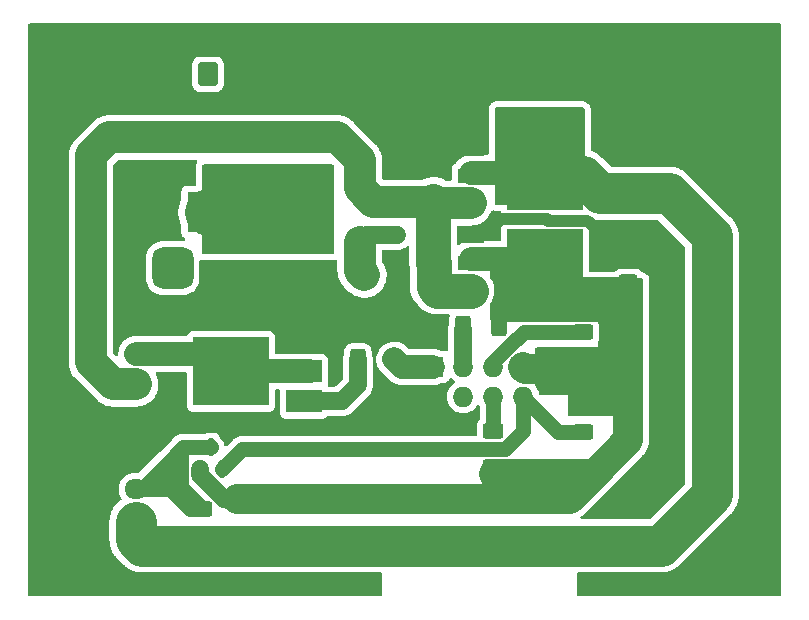
<source format=gtl>
%TF.GenerationSoftware,KiCad,Pcbnew,(6.0.7)*%
%TF.CreationDate,2022-09-15T17:32:09-05:00*%
%TF.ProjectId,Simplified01,53696d70-6c69-4666-9965-6430312e6b69,rev?*%
%TF.SameCoordinates,Original*%
%TF.FileFunction,Copper,L1,Top*%
%TF.FilePolarity,Positive*%
%FSLAX46Y46*%
G04 Gerber Fmt 4.6, Leading zero omitted, Abs format (unit mm)*
G04 Created by KiCad (PCBNEW (6.0.7)) date 2022-09-15 17:32:09*
%MOMM*%
%LPD*%
G01*
G04 APERTURE LIST*
G04 Aperture macros list*
%AMRoundRect*
0 Rectangle with rounded corners*
0 $1 Rounding radius*
0 $2 $3 $4 $5 $6 $7 $8 $9 X,Y pos of 4 corners*
0 Add a 4 corners polygon primitive as box body*
4,1,4,$2,$3,$4,$5,$6,$7,$8,$9,$2,$3,0*
0 Add four circle primitives for the rounded corners*
1,1,$1+$1,$2,$3*
1,1,$1+$1,$4,$5*
1,1,$1+$1,$6,$7*
1,1,$1+$1,$8,$9*
0 Add four rect primitives between the rounded corners*
20,1,$1+$1,$2,$3,$4,$5,0*
20,1,$1+$1,$4,$5,$6,$7,0*
20,1,$1+$1,$6,$7,$8,$9,0*
20,1,$1+$1,$8,$9,$2,$3,0*%
G04 Aperture macros list end*
%TA.AperFunction,SMDPad,CuDef*%
%ADD10RoundRect,0.250000X0.400000X0.625000X-0.400000X0.625000X-0.400000X-0.625000X0.400000X-0.625000X0*%
%TD*%
%TA.AperFunction,ComponentPad*%
%ADD11RoundRect,0.250000X0.600000X0.750000X-0.600000X0.750000X-0.600000X-0.750000X0.600000X-0.750000X0*%
%TD*%
%TA.AperFunction,ComponentPad*%
%ADD12O,1.700000X2.000000*%
%TD*%
%TA.AperFunction,SMDPad,CuDef*%
%ADD13R,2.200000X1.200000*%
%TD*%
%TA.AperFunction,SMDPad,CuDef*%
%ADD14R,6.400000X5.800000*%
%TD*%
%TA.AperFunction,ComponentPad*%
%ADD15C,4.400000*%
%TD*%
%TA.AperFunction,SMDPad,CuDef*%
%ADD16RoundRect,0.250000X0.550000X-1.250000X0.550000X1.250000X-0.550000X1.250000X-0.550000X-1.250000X0*%
%TD*%
%TA.AperFunction,SMDPad,CuDef*%
%ADD17RoundRect,0.150000X0.150000X-0.587500X0.150000X0.587500X-0.150000X0.587500X-0.150000X-0.587500X0*%
%TD*%
%TA.AperFunction,SMDPad,CuDef*%
%ADD18RoundRect,0.250000X0.625000X-0.400000X0.625000X0.400000X-0.625000X0.400000X-0.625000X-0.400000X0*%
%TD*%
%TA.AperFunction,ComponentPad*%
%ADD19RoundRect,0.250000X0.750000X-0.600000X0.750000X0.600000X-0.750000X0.600000X-0.750000X-0.600000X0*%
%TD*%
%TA.AperFunction,ComponentPad*%
%ADD20O,2.000000X1.700000*%
%TD*%
%TA.AperFunction,SMDPad,CuDef*%
%ADD21RoundRect,0.250000X-0.625000X0.400000X-0.625000X-0.400000X0.625000X-0.400000X0.625000X0.400000X0*%
%TD*%
%TA.AperFunction,SMDPad,CuDef*%
%ADD22RoundRect,0.250000X0.412500X0.650000X-0.412500X0.650000X-0.412500X-0.650000X0.412500X-0.650000X0*%
%TD*%
%TA.AperFunction,ComponentPad*%
%ADD23R,3.500000X3.500000*%
%TD*%
%TA.AperFunction,ComponentPad*%
%ADD24RoundRect,0.750000X-0.750000X-1.000000X0.750000X-1.000000X0.750000X1.000000X-0.750000X1.000000X0*%
%TD*%
%TA.AperFunction,ComponentPad*%
%ADD25RoundRect,0.875000X-0.875000X-0.875000X0.875000X-0.875000X0.875000X0.875000X-0.875000X0.875000X0*%
%TD*%
%TA.AperFunction,SMDPad,CuDef*%
%ADD26RoundRect,0.250000X0.650000X-0.412500X0.650000X0.412500X-0.650000X0.412500X-0.650000X-0.412500X0*%
%TD*%
%TA.AperFunction,ComponentPad*%
%ADD27RoundRect,0.250000X0.725000X-0.600000X0.725000X0.600000X-0.725000X0.600000X-0.725000X-0.600000X0*%
%TD*%
%TA.AperFunction,ComponentPad*%
%ADD28O,1.950000X1.700000*%
%TD*%
%TA.AperFunction,SMDPad,CuDef*%
%ADD29R,1.100000X1.100000*%
%TD*%
%TA.AperFunction,ComponentPad*%
%ADD30R,3.032000X1.905000*%
%TD*%
%TA.AperFunction,ComponentPad*%
%ADD31R,1.727200X1.727200*%
%TD*%
%TA.AperFunction,ComponentPad*%
%ADD32O,1.727200X1.727200*%
%TD*%
%TA.AperFunction,ViaPad*%
%ADD33C,0.800000*%
%TD*%
%TA.AperFunction,Conductor*%
%ADD34C,2.750000*%
%TD*%
%TA.AperFunction,Conductor*%
%ADD35C,3.000000*%
%TD*%
%TA.AperFunction,Conductor*%
%ADD36C,2.000000*%
%TD*%
%TA.AperFunction,Conductor*%
%ADD37C,3.500000*%
%TD*%
%TA.AperFunction,Conductor*%
%ADD38C,1.500000*%
%TD*%
%TA.AperFunction,Conductor*%
%ADD39C,4.000000*%
%TD*%
%TA.AperFunction,Conductor*%
%ADD40C,2.500000*%
%TD*%
%TA.AperFunction,Conductor*%
%ADD41C,1.250000*%
%TD*%
%TA.AperFunction,Conductor*%
%ADD42C,1.000000*%
%TD*%
G04 APERTURE END LIST*
D10*
X140103251Y-96545751D03*
X137003251Y-96545751D03*
D11*
X115439251Y-75209751D03*
D12*
X112939251Y-75209751D03*
D13*
X137655251Y-88931751D03*
D14*
X143955251Y-91211751D03*
D13*
X137655251Y-91211751D03*
X137655251Y-93491751D03*
D10*
X128673251Y-92227751D03*
X125573251Y-92227751D03*
D13*
X137655251Y-81565751D03*
X137655251Y-83845751D03*
D14*
X143955251Y-83845751D03*
D13*
X137655251Y-86125751D03*
D15*
X103501251Y-74193751D03*
D16*
X150999251Y-85283751D03*
X150999251Y-80883751D03*
D15*
X160651251Y-116103751D03*
X160651251Y-74193751D03*
D10*
X131213251Y-99339751D03*
X128113251Y-99339751D03*
D17*
X114743251Y-108659251D03*
X116643251Y-108659251D03*
X115693251Y-106784251D03*
D13*
X128275251Y-89427751D03*
D14*
X121975251Y-87147751D03*
D13*
X128275251Y-84867751D03*
D18*
X147189251Y-100127751D03*
X147189251Y-97027751D03*
X139569251Y-108483751D03*
X139569251Y-105383751D03*
D19*
X109343251Y-101371751D03*
D20*
X109343251Y-98871751D03*
D21*
X114931251Y-112013751D03*
X114931251Y-115113751D03*
D16*
X150999251Y-93665751D03*
X150999251Y-89265751D03*
D22*
X134527751Y-91211751D03*
X131402751Y-91211751D03*
D15*
X103501251Y-116103751D03*
D23*
X115439251Y-86893751D03*
D24*
X109439251Y-86893751D03*
D25*
X112439251Y-91593751D03*
D18*
X147189251Y-105461751D03*
X147189251Y-102361751D03*
D26*
X134489251Y-85916251D03*
X134489251Y-82791251D03*
D27*
X109343251Y-112801751D03*
D28*
X109343251Y-110301751D03*
X109343251Y-107801751D03*
D29*
X131441251Y-86001751D03*
X131441251Y-88801751D03*
D30*
X123559251Y-102895751D03*
D14*
X117365251Y-100355751D03*
D30*
X123559251Y-100355751D03*
X123559251Y-97815751D03*
D31*
X134489251Y-99974751D03*
D32*
X134489251Y-102514751D03*
X137029251Y-99974751D03*
X137029251Y-102514751D03*
X139569251Y-99974751D03*
X139569251Y-102514751D03*
X142109251Y-99974751D03*
X142109251Y-102514751D03*
D33*
X140966251Y-78638751D03*
X140966251Y-79908751D03*
X142236251Y-79908751D03*
X146046251Y-79908751D03*
X143506251Y-79908751D03*
X144776251Y-79908751D03*
X146046251Y-78638751D03*
X144776251Y-78638751D03*
X142236251Y-78638751D03*
X143506251Y-78638751D03*
X143760251Y-95529751D03*
X141220251Y-95529751D03*
X147443251Y-95529751D03*
X146300251Y-95529751D03*
X145030251Y-95529751D03*
X142490251Y-95529751D03*
X140033251Y-87445751D03*
X151761251Y-111023751D03*
X114423251Y-95529751D03*
X154301251Y-107213751D03*
X148284251Y-88338751D03*
X150491251Y-111023751D03*
X153031251Y-108483751D03*
X115439251Y-95529751D03*
X153031251Y-109753751D03*
X114931251Y-96291751D03*
X114931251Y-94767751D03*
X139315251Y-87909751D03*
X154301251Y-109753751D03*
X154301251Y-108483751D03*
X151761251Y-109753751D03*
X153031251Y-111023751D03*
X147649251Y-87703751D03*
D34*
X126361251Y-80543751D02*
X107057251Y-80543751D01*
X134403751Y-86001751D02*
X134489251Y-85916251D01*
X131441251Y-86001751D02*
X134403751Y-86001751D01*
D35*
X134489251Y-85916251D02*
X134489251Y-91173251D01*
D34*
X129409251Y-86001751D02*
X128275251Y-84867751D01*
D35*
X134527751Y-91211751D02*
X134527751Y-93184251D01*
D34*
X105533251Y-99593751D02*
X107386251Y-101446751D01*
X107057251Y-80543751D02*
X105533251Y-82067751D01*
X134698751Y-86125751D02*
X134489251Y-85916251D01*
X128275251Y-82457751D02*
X126361251Y-80543751D01*
D35*
X134527751Y-93184251D02*
X134855251Y-93511751D01*
D34*
X107386251Y-101446751D02*
X109343251Y-101446751D01*
X131441251Y-86001751D02*
X129409251Y-86001751D01*
D35*
X134855251Y-93511751D02*
X137655251Y-93511751D01*
X134489251Y-91173251D02*
X134527751Y-91211751D01*
D34*
X128275251Y-84867751D02*
X128275251Y-82457751D01*
X105533251Y-82067751D02*
X105533251Y-99593751D01*
X137655251Y-86125751D02*
X134698751Y-86125751D01*
D36*
X143955251Y-83845751D02*
X143660251Y-83550751D01*
D37*
X148627251Y-85283751D02*
X147189251Y-83845751D01*
X114931251Y-115113751D02*
X109877251Y-115113751D01*
X147189251Y-83845751D02*
X143955251Y-83845751D01*
X158111251Y-88925751D02*
X158111251Y-110769751D01*
X109343251Y-114579751D02*
X109343251Y-113101751D01*
D36*
X143660251Y-83550751D02*
X137655251Y-83550751D01*
D37*
X109877251Y-115113751D02*
X109343251Y-114579751D01*
X158111251Y-110769751D02*
X153767251Y-115113751D01*
X153767251Y-115113751D02*
X114931251Y-115113751D01*
X154469251Y-85283751D02*
X158111251Y-88925751D01*
X150999251Y-85283751D02*
X154469251Y-85283751D01*
X150999251Y-85283751D02*
X148627251Y-85283751D01*
D38*
X128901251Y-88801751D02*
X128275251Y-89427751D01*
D34*
X128275251Y-91829751D02*
X128673251Y-92227751D01*
X128275251Y-89427751D02*
X128275251Y-91829751D01*
D38*
X131441251Y-88801751D02*
X128901251Y-88801751D01*
D39*
X115439251Y-86893751D02*
X121721251Y-86893751D01*
X121721251Y-86893751D02*
X121975251Y-87147751D01*
D40*
X147189251Y-100127751D02*
X142262251Y-100127751D01*
X148162251Y-109034751D02*
X146046251Y-111150751D01*
D41*
X141220251Y-95529751D02*
X142490251Y-95529751D01*
D40*
X150999251Y-106197751D02*
X148162251Y-109034751D01*
X150999251Y-101345751D02*
X148407251Y-101345751D01*
D38*
X114743251Y-108659251D02*
X114743251Y-109103695D01*
X114743251Y-109103695D02*
X116790307Y-111150751D01*
D41*
X147443251Y-95529751D02*
X150491251Y-95529751D01*
D40*
X150999251Y-93665751D02*
X146409251Y-93665751D01*
D41*
X143760251Y-95529751D02*
X145030251Y-95529751D01*
D38*
X116790307Y-111150751D02*
X117852251Y-111150751D01*
D41*
X140331251Y-95529751D02*
X141220251Y-95529751D01*
X140103251Y-95757751D02*
X140331251Y-95529751D01*
D40*
X150999251Y-95021751D02*
X150999251Y-101345751D01*
D41*
X146300251Y-95529751D02*
X147443251Y-95529751D01*
D40*
X146409251Y-93665751D02*
X143955251Y-91211751D01*
D41*
X140103251Y-96545751D02*
X140103251Y-95757751D01*
D40*
X146046251Y-111150751D02*
X117852251Y-111150751D01*
X147189251Y-102361751D02*
X147189251Y-100127751D01*
X148162251Y-109034751D02*
X139679037Y-109034751D01*
X148407251Y-101345751D02*
X147189251Y-100127751D01*
X150999251Y-101345751D02*
X150999251Y-106197751D01*
D41*
X150491251Y-95529751D02*
X150999251Y-95021751D01*
D36*
X143955251Y-91211751D02*
X143555251Y-90811751D01*
D41*
X145030251Y-95529751D02*
X146300251Y-95529751D01*
D40*
X142262251Y-100127751D02*
X142109251Y-99974751D01*
X150999251Y-93665751D02*
X150999251Y-95021751D01*
D36*
X143555251Y-90811751D02*
X137655251Y-90811751D01*
D41*
X142490251Y-95529751D02*
X143760251Y-95529751D01*
X140903757Y-98245751D02*
X140948531Y-98245751D01*
X142166531Y-97027751D02*
X147189251Y-97027751D01*
X139569251Y-99580257D02*
X140903757Y-98245751D01*
X139569251Y-99974751D02*
X139569251Y-99580257D01*
X140948531Y-98245751D02*
X142166531Y-97027751D01*
D42*
X147649251Y-87703751D02*
X148284251Y-88338751D01*
X144256427Y-87611751D02*
X147557251Y-87611751D01*
X138293251Y-88931751D02*
X139315251Y-87909751D01*
X144090427Y-87445751D02*
X144256427Y-87611751D01*
X139779251Y-87445751D02*
X140033251Y-87445751D01*
X137655251Y-88931751D02*
X138293251Y-88931751D01*
X140033251Y-87445751D02*
X144090427Y-87445751D01*
X139315251Y-87909751D02*
X139779251Y-87445751D01*
X147557251Y-87611751D02*
X147649251Y-87703751D01*
X149211251Y-89265751D02*
X150999251Y-89265751D01*
X148284251Y-88338751D02*
X149211251Y-89265751D01*
D41*
X110827251Y-110301751D02*
X112177251Y-108951751D01*
X113153251Y-110134751D02*
X113153251Y-111277751D01*
X112177251Y-110301751D02*
X113889251Y-112013751D01*
X113328751Y-106784251D02*
X115693251Y-106784251D01*
X113328751Y-106784251D02*
X113153251Y-106959751D01*
X112177251Y-108951751D02*
X112177251Y-107935751D01*
X112177251Y-110301751D02*
X112177251Y-108951751D01*
X109343251Y-110301751D02*
X109811251Y-110301751D01*
X112177251Y-107935751D02*
X113328751Y-106784251D01*
X109811251Y-110301751D02*
X112177251Y-107935751D01*
X109343251Y-110301751D02*
X112177251Y-110301751D01*
X114931251Y-112013751D02*
X114931251Y-111912751D01*
X113889251Y-112013751D02*
X114931251Y-112013751D01*
X113153251Y-106959751D02*
X113153251Y-110134751D01*
X114931251Y-111912751D02*
X113153251Y-110134751D01*
X109343251Y-110301751D02*
X110827251Y-110301751D01*
D36*
X117365251Y-100355751D02*
X124075251Y-100355751D01*
X109343251Y-98871751D02*
X118527251Y-98871751D01*
D41*
X118342751Y-106959751D02*
X116643251Y-108659251D01*
X145056251Y-105461751D02*
X147189251Y-105461751D01*
X142109251Y-105389031D02*
X142109251Y-102514751D01*
X140538531Y-106959751D02*
X142109251Y-105389031D01*
X142109251Y-102514751D02*
X145056251Y-105461751D01*
X140538531Y-106959751D02*
X118342751Y-106959751D01*
D38*
X137029251Y-99974751D02*
X137029251Y-96773751D01*
D41*
X139569251Y-102514751D02*
X139569251Y-105383751D01*
D36*
X134489251Y-99974751D02*
X131822251Y-99974751D01*
X131822251Y-99974751D02*
X131187251Y-99339751D01*
D38*
X128113251Y-101524751D02*
X126742251Y-102895751D01*
X124075251Y-102895751D02*
X126742251Y-102895751D01*
X128113251Y-99339751D02*
X128113251Y-101524751D01*
%TA.AperFunction,Conductor*%
G36*
X163894872Y-70912253D02*
G01*
X163941365Y-70965909D01*
X163952751Y-71018251D01*
X163952751Y-119279251D01*
X163932749Y-119347372D01*
X163879093Y-119393865D01*
X163826751Y-119405251D01*
X146807251Y-119405251D01*
X146739130Y-119385249D01*
X146692637Y-119331593D01*
X146681251Y-119279251D01*
X146681251Y-117498251D01*
X146701253Y-117430130D01*
X146754909Y-117383637D01*
X146807251Y-117372251D01*
X153723391Y-117372251D01*
X153727788Y-117372328D01*
X153838351Y-117376189D01*
X153927568Y-117367441D01*
X153950373Y-117365205D01*
X153954319Y-117364881D01*
X154062455Y-117357699D01*
X154062460Y-117357698D01*
X154066621Y-117357422D01*
X154070707Y-117356598D01*
X154070715Y-117356597D01*
X154095266Y-117351646D01*
X154107878Y-117349761D01*
X154112225Y-117349335D01*
X154136948Y-117346911D01*
X154246527Y-117321209D01*
X154250396Y-117320366D01*
X154326629Y-117304995D01*
X154360731Y-117298119D01*
X154388373Y-117288601D01*
X154400605Y-117285071D01*
X154424983Y-117279353D01*
X154424984Y-117279353D01*
X154429050Y-117278399D01*
X154534301Y-117238418D01*
X154537967Y-117237092D01*
X154644414Y-117200439D01*
X154648149Y-117198569D01*
X154648153Y-117198567D01*
X154670541Y-117187356D01*
X154682216Y-117182231D01*
X154705621Y-117173340D01*
X154709525Y-117171857D01*
X154713193Y-117169874D01*
X154713199Y-117169871D01*
X154808547Y-117118317D01*
X154812057Y-117116490D01*
X154893557Y-117075677D01*
X154912686Y-117066098D01*
X154936860Y-117049669D01*
X154947741Y-117043054D01*
X154969761Y-117031148D01*
X154969767Y-117031144D01*
X154973446Y-117029155D01*
X154976828Y-117026698D01*
X154976842Y-117026689D01*
X155064489Y-116963010D01*
X155067726Y-116960734D01*
X155077269Y-116954249D01*
X155160835Y-116897457D01*
X155182622Y-116877977D01*
X155192543Y-116869972D01*
X155213326Y-116854872D01*
X155216174Y-116852803D01*
X155285537Y-116789466D01*
X155316152Y-116758851D01*
X155321264Y-116754016D01*
X155381384Y-116700262D01*
X155384499Y-116697477D01*
X155423181Y-116652346D01*
X155429754Y-116645249D01*
X159677217Y-112397787D01*
X159680380Y-112394731D01*
X159758260Y-112322107D01*
X159761312Y-112319261D01*
X159763958Y-112316039D01*
X159763968Y-112316029D01*
X159832757Y-112232282D01*
X159835294Y-112229290D01*
X159909453Y-112144579D01*
X159925632Y-112120227D01*
X159933201Y-112109999D01*
X159951749Y-112087418D01*
X159979354Y-112042896D01*
X160011059Y-111991762D01*
X160013180Y-111988457D01*
X160075486Y-111894678D01*
X160088300Y-111868407D01*
X160094446Y-111857272D01*
X160109851Y-111832426D01*
X160155985Y-111729773D01*
X160157664Y-111726188D01*
X160205174Y-111628778D01*
X160207010Y-111625014D01*
X160216233Y-111597288D01*
X160220864Y-111585411D01*
X160222792Y-111581120D01*
X160232840Y-111558763D01*
X160234033Y-111554761D01*
X160234036Y-111554753D01*
X160264999Y-111450888D01*
X160266190Y-111447112D01*
X160300393Y-111344296D01*
X160300394Y-111344292D01*
X160301714Y-111340324D01*
X160307190Y-111311618D01*
X160310209Y-111299235D01*
X160317362Y-111275241D01*
X160317363Y-111275237D01*
X160318555Y-111271238D01*
X160336158Y-111160095D01*
X160336839Y-111156194D01*
X160357153Y-111049709D01*
X160357153Y-111049707D01*
X160357935Y-111045609D01*
X160358168Y-111041450D01*
X160358170Y-111041430D01*
X160359568Y-111016422D01*
X160360922Y-111003746D01*
X160364941Y-110978372D01*
X160364942Y-110978365D01*
X160365490Y-110974903D01*
X160368322Y-110912540D01*
X160369687Y-110882489D01*
X160369687Y-110882470D01*
X160369751Y-110881070D01*
X160369751Y-110837777D01*
X160369947Y-110830744D01*
X160374449Y-110750213D01*
X160374682Y-110746047D01*
X160370122Y-110686784D01*
X160369751Y-110677118D01*
X160369751Y-88969611D01*
X160369828Y-88965214D01*
X160373543Y-88858830D01*
X160373689Y-88854651D01*
X160362705Y-88742629D01*
X160362381Y-88738683D01*
X160355199Y-88630547D01*
X160355198Y-88630542D01*
X160354922Y-88626381D01*
X160354098Y-88622295D01*
X160354097Y-88622287D01*
X160349146Y-88597736D01*
X160347261Y-88585124D01*
X160344818Y-88560207D01*
X160344411Y-88556054D01*
X160318709Y-88446475D01*
X160317866Y-88442606D01*
X160296447Y-88336378D01*
X160295619Y-88332271D01*
X160286101Y-88304629D01*
X160282571Y-88292397D01*
X160276853Y-88268019D01*
X160276853Y-88268018D01*
X160275899Y-88263952D01*
X160235918Y-88158701D01*
X160234585Y-88155017D01*
X160211855Y-88089002D01*
X160197939Y-88048588D01*
X160184856Y-88022461D01*
X160179731Y-88010786D01*
X160170840Y-87987381D01*
X160169357Y-87983477D01*
X160167374Y-87979809D01*
X160167371Y-87979803D01*
X160115812Y-87884446D01*
X160113985Y-87880936D01*
X160065473Y-87784060D01*
X160065472Y-87784058D01*
X160063598Y-87780316D01*
X160047179Y-87756156D01*
X160040557Y-87745265D01*
X160028641Y-87723227D01*
X160028640Y-87723226D01*
X160026656Y-87719556D01*
X159960504Y-87628505D01*
X159958229Y-87625268D01*
X159897302Y-87535617D01*
X159897299Y-87535613D01*
X159894957Y-87532167D01*
X159875475Y-87510379D01*
X159867474Y-87500462D01*
X159850303Y-87476828D01*
X159786966Y-87407465D01*
X159756351Y-87376850D01*
X159751516Y-87371738D01*
X159748675Y-87368561D01*
X159694977Y-87308503D01*
X159649846Y-87269821D01*
X159642749Y-87263248D01*
X156097301Y-83717800D01*
X156094245Y-83714637D01*
X156021611Y-83636746D01*
X156021609Y-83636744D01*
X156018761Y-83633690D01*
X155931786Y-83562248D01*
X155928772Y-83559692D01*
X155844079Y-83485549D01*
X155819743Y-83469380D01*
X155809495Y-83461797D01*
X155790155Y-83445911D01*
X155790147Y-83445905D01*
X155786918Y-83443253D01*
X155691238Y-83383929D01*
X155687986Y-83381841D01*
X155594179Y-83319516D01*
X155567903Y-83306700D01*
X155556762Y-83300550D01*
X155531926Y-83285151D01*
X155486319Y-83264655D01*
X155429278Y-83239019D01*
X155425694Y-83237340D01*
X155328284Y-83189830D01*
X155328275Y-83189826D01*
X155324514Y-83187992D01*
X155320542Y-83186671D01*
X155320538Y-83186669D01*
X155296789Y-83178769D01*
X155284911Y-83174138D01*
X155258263Y-83162162D01*
X155254261Y-83160969D01*
X155254253Y-83160966D01*
X155150388Y-83130003D01*
X155146612Y-83128812D01*
X155043795Y-83094609D01*
X155039824Y-83093288D01*
X155011106Y-83087810D01*
X154998736Y-83084794D01*
X154974744Y-83077641D01*
X154974740Y-83077640D01*
X154970738Y-83076447D01*
X154859570Y-83058840D01*
X154855670Y-83058159D01*
X154749210Y-83037850D01*
X154749205Y-83037849D01*
X154745109Y-83037068D01*
X154740949Y-83036835D01*
X154740945Y-83036835D01*
X154715935Y-83035437D01*
X154703259Y-83034082D01*
X154677871Y-83030061D01*
X154677866Y-83030060D01*
X154674403Y-83029512D01*
X154631674Y-83027572D01*
X154581989Y-83025315D01*
X154581970Y-83025315D01*
X154580570Y-83025251D01*
X154537259Y-83025251D01*
X154530226Y-83025055D01*
X154527096Y-83024880D01*
X154445547Y-83020321D01*
X154441388Y-83020641D01*
X154441386Y-83020641D01*
X154386295Y-83024880D01*
X154376629Y-83025251D01*
X149614942Y-83025251D01*
X149546821Y-83005249D01*
X149525847Y-82988346D01*
X148817301Y-82279800D01*
X148814245Y-82276637D01*
X148741611Y-82198746D01*
X148741609Y-82198744D01*
X148738761Y-82195690D01*
X148651786Y-82124248D01*
X148648772Y-82121692D01*
X148639422Y-82113507D01*
X148564079Y-82047549D01*
X148539743Y-82031380D01*
X148529495Y-82023797D01*
X148510155Y-82007911D01*
X148510147Y-82007905D01*
X148506918Y-82005253D01*
X148411238Y-81945929D01*
X148407986Y-81943841D01*
X148314179Y-81881516D01*
X148287903Y-81868700D01*
X148276762Y-81862550D01*
X148251926Y-81847151D01*
X148195831Y-81821941D01*
X148149278Y-81801019D01*
X148145694Y-81799340D01*
X148048284Y-81751830D01*
X148048275Y-81751826D01*
X148044514Y-81749992D01*
X148040542Y-81748671D01*
X148040538Y-81748669D01*
X148016789Y-81740769D01*
X148004911Y-81736138D01*
X147978263Y-81724162D01*
X147974261Y-81722969D01*
X147974253Y-81722966D01*
X147919755Y-81706720D01*
X147860187Y-81668090D01*
X147830961Y-81603389D01*
X147829751Y-81585971D01*
X147829751Y-78129751D01*
X147818017Y-78020602D01*
X147817299Y-78017301D01*
X147807345Y-77971541D01*
X147807344Y-77971536D01*
X147806631Y-77968260D01*
X147771961Y-77864094D01*
X147692943Y-77741139D01*
X147646450Y-77687483D01*
X147637184Y-77679454D01*
X147542801Y-77597670D01*
X147542798Y-77597668D01*
X147535990Y-77591769D01*
X147403041Y-77531053D01*
X147379287Y-77524078D01*
X147339243Y-77512320D01*
X147339239Y-77512319D01*
X147334920Y-77511051D01*
X147330471Y-77510411D01*
X147330465Y-77510410D01*
X147194698Y-77490890D01*
X147194693Y-77490890D01*
X147190251Y-77490251D01*
X139822251Y-77490251D01*
X139818905Y-77490611D01*
X139818900Y-77490611D01*
X139716466Y-77501623D01*
X139716459Y-77501624D01*
X139713102Y-77501985D01*
X139709802Y-77502703D01*
X139709801Y-77502703D01*
X139664041Y-77512657D01*
X139664036Y-77512658D01*
X139660760Y-77513371D01*
X139556594Y-77548041D01*
X139433639Y-77627059D01*
X139379983Y-77673552D01*
X139377043Y-77676945D01*
X139290170Y-77777201D01*
X139290168Y-77777204D01*
X139284269Y-77784012D01*
X139223553Y-77916961D01*
X139203551Y-77985082D01*
X139202911Y-77989531D01*
X139202910Y-77989537D01*
X139198444Y-78020602D01*
X139182751Y-78129751D01*
X139182751Y-81916251D01*
X139162749Y-81984372D01*
X139109093Y-82030865D01*
X139056751Y-82042251D01*
X137594250Y-82042251D01*
X137591742Y-82042453D01*
X137591737Y-82042453D01*
X137418327Y-82056405D01*
X137418322Y-82056406D01*
X137413286Y-82056811D01*
X137408378Y-82058017D01*
X137408375Y-82058017D01*
X137182459Y-82113507D01*
X137177545Y-82114714D01*
X137172893Y-82116689D01*
X137172889Y-82116690D01*
X137037080Y-82174338D01*
X136954095Y-82209563D01*
X136949811Y-82212261D01*
X136752963Y-82336223D01*
X136752960Y-82336225D01*
X136748684Y-82338918D01*
X136744890Y-82342263D01*
X136570393Y-82496101D01*
X136570390Y-82496104D01*
X136566596Y-82499449D01*
X136563386Y-82503357D01*
X136563385Y-82503358D01*
X136520084Y-82556074D01*
X136412517Y-82687029D01*
X136409974Y-82691399D01*
X136383653Y-82736622D01*
X136332100Y-82785435D01*
X136318984Y-82791223D01*
X136308546Y-82795136D01*
X136301367Y-82800516D01*
X136301364Y-82800518D01*
X136259369Y-82831992D01*
X136191990Y-82882490D01*
X136104636Y-82999046D01*
X136053506Y-83135435D01*
X136046751Y-83197617D01*
X136046751Y-84116251D01*
X136026749Y-84184372D01*
X135973093Y-84230865D01*
X135920751Y-84242251D01*
X135640559Y-84242251D01*
X135577559Y-84225370D01*
X135375682Y-84108816D01*
X135371870Y-84106615D01*
X135111427Y-84001389D01*
X135074777Y-83992251D01*
X134843144Y-83934498D01*
X134843139Y-83934497D01*
X134838875Y-83933434D01*
X134834507Y-83932975D01*
X134834502Y-83932974D01*
X134563887Y-83904532D01*
X134563884Y-83904532D01*
X134559518Y-83904073D01*
X134555130Y-83904226D01*
X134555124Y-83904226D01*
X134283190Y-83913722D01*
X134283184Y-83913723D01*
X134278793Y-83913876D01*
X134274470Y-83914638D01*
X134274463Y-83914639D01*
X134098757Y-83945621D01*
X134002164Y-83962653D01*
X133735016Y-84049454D01*
X133731063Y-84051382D01*
X133731058Y-84051384D01*
X133620107Y-84105499D01*
X133564872Y-84118251D01*
X130284751Y-84118251D01*
X130216630Y-84098249D01*
X130170137Y-84044593D01*
X130158751Y-83992251D01*
X130158751Y-82570010D01*
X130159524Y-82556074D01*
X130161893Y-82534783D01*
X130162398Y-82530248D01*
X130161483Y-82503358D01*
X130158824Y-82425287D01*
X130158751Y-82420999D01*
X130158751Y-82388317D01*
X130156689Y-82359897D01*
X130156434Y-82355098D01*
X130155792Y-82336223D01*
X130153870Y-82279800D01*
X130153252Y-82261636D01*
X130153251Y-82261630D01*
X130153096Y-82257067D01*
X130147829Y-82227943D01*
X130146149Y-82214642D01*
X130144338Y-82189679D01*
X130144008Y-82185129D01*
X130122858Y-82089334D01*
X130121909Y-82084603D01*
X130105271Y-81992590D01*
X130105269Y-81992584D01*
X130104457Y-81988091D01*
X130095043Y-81960036D01*
X130091461Y-81947120D01*
X130090729Y-81943806D01*
X130085080Y-81918218D01*
X130050330Y-81826497D01*
X130048703Y-81821941D01*
X130018949Y-81733272D01*
X130018947Y-81733268D01*
X130017499Y-81728952D01*
X130015443Y-81724890D01*
X130015439Y-81724881D01*
X130004129Y-81702539D01*
X129998720Y-81690275D01*
X129995416Y-81681553D01*
X129988238Y-81662609D01*
X129940607Y-81576857D01*
X129938339Y-81572583D01*
X129896107Y-81489157D01*
X129896103Y-81489150D01*
X129894044Y-81485083D01*
X129877005Y-81460884D01*
X129869888Y-81449538D01*
X129855512Y-81423657D01*
X129796019Y-81345702D01*
X129793158Y-81341801D01*
X129738889Y-81264727D01*
X129738888Y-81264726D01*
X129736678Y-81261587D01*
X129709276Y-81231314D01*
X129702529Y-81223201D01*
X129692456Y-81210002D01*
X129692452Y-81209997D01*
X129689682Y-81206368D01*
X129594648Y-81113466D01*
X129593632Y-81112461D01*
X127772468Y-79291297D01*
X127763160Y-79280897D01*
X127749780Y-79264166D01*
X127749779Y-79264164D01*
X127746928Y-79260600D01*
X127670167Y-79188894D01*
X127667084Y-79185913D01*
X127643989Y-79162818D01*
X127622463Y-79144204D01*
X127618866Y-79140971D01*
X127550514Y-79077120D01*
X127550509Y-79077116D01*
X127547183Y-79074009D01*
X127522866Y-79057139D01*
X127512277Y-79048926D01*
X127493346Y-79032556D01*
X127493344Y-79032554D01*
X127489889Y-79029567D01*
X127407197Y-78976785D01*
X127403183Y-78974113D01*
X127362458Y-78945861D01*
X127322595Y-78918207D01*
X127296090Y-78905021D01*
X127284445Y-78898433D01*
X127259486Y-78882501D01*
X127170047Y-78842212D01*
X127165679Y-78840142D01*
X127143570Y-78829143D01*
X127077868Y-78796457D01*
X127049737Y-78787236D01*
X127037253Y-78782394D01*
X127010265Y-78770236D01*
X126915978Y-78743289D01*
X126911356Y-78741872D01*
X126892040Y-78735540D01*
X126818130Y-78711311D01*
X126788969Y-78706248D01*
X126775903Y-78703255D01*
X126747449Y-78695123D01*
X126731583Y-78692992D01*
X126650244Y-78682067D01*
X126645462Y-78681331D01*
X126606382Y-78674546D01*
X126548820Y-78664551D01*
X126508040Y-78662521D01*
X126497547Y-78661557D01*
X126476543Y-78658736D01*
X126344432Y-78660235D01*
X126343716Y-78660243D01*
X126342287Y-78660251D01*
X107169500Y-78660251D01*
X107155564Y-78659478D01*
X107149363Y-78658788D01*
X107129747Y-78656605D01*
X107125191Y-78656760D01*
X107125187Y-78656760D01*
X107024804Y-78660178D01*
X107020517Y-78660251D01*
X106987817Y-78660251D01*
X106985545Y-78660416D01*
X106985541Y-78660416D01*
X106979908Y-78660825D01*
X106959392Y-78662313D01*
X106954602Y-78662568D01*
X106914146Y-78663946D01*
X106861136Y-78665750D01*
X106861130Y-78665751D01*
X106856567Y-78665906D01*
X106827443Y-78671173D01*
X106814145Y-78672853D01*
X106784629Y-78674994D01*
X106688837Y-78696143D01*
X106684120Y-78697089D01*
X106650030Y-78703254D01*
X106592089Y-78713731D01*
X106592083Y-78713732D01*
X106587590Y-78714545D01*
X106583255Y-78716000D01*
X106583254Y-78716000D01*
X106559537Y-78723959D01*
X106546613Y-78727543D01*
X106517718Y-78733922D01*
X106492992Y-78743290D01*
X106426000Y-78768671D01*
X106421444Y-78770298D01*
X106332775Y-78800052D01*
X106332771Y-78800054D01*
X106328452Y-78801503D01*
X106324385Y-78803562D01*
X106324380Y-78803564D01*
X106313829Y-78808906D01*
X106302051Y-78814868D01*
X106289784Y-78820279D01*
X106266386Y-78829143D01*
X106266378Y-78829147D01*
X106262109Y-78830764D01*
X106243283Y-78841221D01*
X106176364Y-78878391D01*
X106172091Y-78880658D01*
X106129858Y-78902038D01*
X106084582Y-78924958D01*
X106080851Y-78927585D01*
X106060384Y-78941996D01*
X106049029Y-78949119D01*
X106027150Y-78961272D01*
X106023157Y-78963490D01*
X106019525Y-78966262D01*
X105945179Y-79023001D01*
X105941279Y-79025860D01*
X105861087Y-79082325D01*
X105858228Y-79084913D01*
X105830817Y-79109723D01*
X105822708Y-79116467D01*
X105809505Y-79126544D01*
X105805868Y-79129320D01*
X105802675Y-79132586D01*
X105802673Y-79132588D01*
X105713008Y-79224311D01*
X105712003Y-79225327D01*
X104280797Y-80656534D01*
X104270397Y-80665842D01*
X104250100Y-80682074D01*
X104246983Y-80685411D01*
X104178395Y-80758834D01*
X104175414Y-80761917D01*
X104152318Y-80785013D01*
X104139371Y-80799986D01*
X104133704Y-80806539D01*
X104130471Y-80810136D01*
X104066620Y-80878488D01*
X104066616Y-80878493D01*
X104063509Y-80881819D01*
X104046639Y-80906136D01*
X104038428Y-80916723D01*
X104019067Y-80939113D01*
X103966293Y-81021793D01*
X103963613Y-81025819D01*
X103907707Y-81106407D01*
X103894521Y-81132912D01*
X103887933Y-81144557D01*
X103872001Y-81169516D01*
X103847818Y-81223201D01*
X103831713Y-81258952D01*
X103829643Y-81263321D01*
X103785957Y-81351134D01*
X103776736Y-81379265D01*
X103771894Y-81391749D01*
X103759736Y-81418737D01*
X103740774Y-81485083D01*
X103732790Y-81513020D01*
X103731373Y-81517642D01*
X103700811Y-81610872D01*
X103700032Y-81615359D01*
X103695748Y-81640033D01*
X103692755Y-81653099D01*
X103684623Y-81681553D01*
X103684015Y-81686080D01*
X103671567Y-81778758D01*
X103670831Y-81783540D01*
X103654051Y-81880182D01*
X103653860Y-81884020D01*
X103652021Y-81920957D01*
X103651057Y-81931455D01*
X103648236Y-81952459D01*
X103649255Y-82042251D01*
X103649743Y-82085286D01*
X103649751Y-82086715D01*
X103649751Y-99481501D01*
X103648978Y-99495436D01*
X103646105Y-99521254D01*
X103646260Y-99525811D01*
X103646260Y-99525815D01*
X103649678Y-99626197D01*
X103649751Y-99630484D01*
X103649751Y-99663185D01*
X103649916Y-99665455D01*
X103649916Y-99665463D01*
X103651812Y-99691586D01*
X103652068Y-99696401D01*
X103655406Y-99794435D01*
X103656219Y-99798930D01*
X103656219Y-99798931D01*
X103660672Y-99823553D01*
X103662353Y-99836857D01*
X103664494Y-99866373D01*
X103665478Y-99870829D01*
X103685641Y-99962155D01*
X103686592Y-99966895D01*
X103704045Y-100063411D01*
X103705498Y-100067740D01*
X103713459Y-100091466D01*
X103717041Y-100104382D01*
X103723422Y-100133284D01*
X103725040Y-100137554D01*
X103758172Y-100225005D01*
X103759799Y-100229561D01*
X103786288Y-100308498D01*
X103791003Y-100322550D01*
X103804368Y-100348951D01*
X103809779Y-100361218D01*
X103818643Y-100384616D01*
X103818647Y-100384624D01*
X103820264Y-100388893D01*
X103822481Y-100392884D01*
X103867891Y-100474638D01*
X103870158Y-100478910D01*
X103914458Y-100566420D01*
X103917085Y-100570151D01*
X103931496Y-100590618D01*
X103938619Y-100601973D01*
X103947065Y-100617178D01*
X103952990Y-100627845D01*
X103955762Y-100631477D01*
X104012501Y-100705823D01*
X104015360Y-100709723D01*
X104071825Y-100789915D01*
X104074412Y-100792773D01*
X104099219Y-100820180D01*
X104105964Y-100828290D01*
X104116044Y-100841497D01*
X104118820Y-100845134D01*
X104122086Y-100848327D01*
X104122088Y-100848329D01*
X104213854Y-100938036D01*
X104214870Y-100939041D01*
X105975034Y-102699205D01*
X105984342Y-102709605D01*
X106000574Y-102729902D01*
X106003911Y-102733019D01*
X106077335Y-102801608D01*
X106080418Y-102804589D01*
X106103513Y-102827684D01*
X106118486Y-102840631D01*
X106125039Y-102846298D01*
X106128636Y-102849531D01*
X106196988Y-102913382D01*
X106196993Y-102913386D01*
X106200319Y-102916493D01*
X106224636Y-102933363D01*
X106235223Y-102941574D01*
X106257613Y-102960935D01*
X106340305Y-103013717D01*
X106344319Y-103016389D01*
X106424907Y-103072295D01*
X106451412Y-103085481D01*
X106463057Y-103092069D01*
X106488016Y-103108001D01*
X106577452Y-103148289D01*
X106581821Y-103150359D01*
X106669634Y-103194045D01*
X106697765Y-103203266D01*
X106710249Y-103208108D01*
X106737237Y-103220266D01*
X106829207Y-103246551D01*
X106831520Y-103247212D01*
X106836142Y-103248629D01*
X106929372Y-103279191D01*
X106933860Y-103279970D01*
X106933859Y-103279970D01*
X106958533Y-103284254D01*
X106971599Y-103287247D01*
X107000053Y-103295379D01*
X107004580Y-103295987D01*
X107097258Y-103308435D01*
X107102040Y-103309171D01*
X107138538Y-103315508D01*
X107198682Y-103325951D01*
X107239462Y-103327981D01*
X107249955Y-103328945D01*
X107270959Y-103331766D01*
X107403828Y-103330259D01*
X107405258Y-103330251D01*
X109412685Y-103330251D01*
X109414953Y-103330086D01*
X109414965Y-103330086D01*
X109546524Y-103320540D01*
X109615873Y-103315508D01*
X109620328Y-103314524D01*
X109620331Y-103314524D01*
X109878324Y-103257565D01*
X109878328Y-103257564D01*
X109882784Y-103256580D01*
X110010710Y-103208113D01*
X110134123Y-103161356D01*
X110134126Y-103161355D01*
X110138393Y-103159738D01*
X110377345Y-103027012D01*
X110515922Y-102921253D01*
X110591002Y-102863954D01*
X110591003Y-102863953D01*
X110594634Y-102861182D01*
X110627381Y-102827684D01*
X110782515Y-102668989D01*
X110785709Y-102665722D01*
X110916329Y-102486269D01*
X110943880Y-102448418D01*
X110943883Y-102448412D01*
X110946566Y-102444727D01*
X110948688Y-102440694D01*
X110948691Y-102440689D01*
X111071711Y-102206866D01*
X111071711Y-102206865D01*
X111073837Y-102202825D01*
X111164854Y-101945085D01*
X111217712Y-101676906D01*
X111219768Y-101635605D01*
X111231076Y-101408474D01*
X111231076Y-101408468D01*
X111231303Y-101403905D01*
X111205342Y-101131802D01*
X111198825Y-101105166D01*
X111141458Y-100870730D01*
X111140373Y-100866296D01*
X111131802Y-100845134D01*
X111039471Y-100617178D01*
X111039468Y-100617172D01*
X111037758Y-100612950D01*
X111012560Y-100569914D01*
X110995401Y-100501024D01*
X111018212Y-100433791D01*
X111073751Y-100389565D01*
X111121293Y-100380251D01*
X113530751Y-100380251D01*
X113598872Y-100400253D01*
X113645365Y-100453909D01*
X113656751Y-100506251D01*
X113656751Y-103303885D01*
X113663506Y-103366067D01*
X113714636Y-103502456D01*
X113801990Y-103619012D01*
X113918546Y-103706366D01*
X114054935Y-103757496D01*
X114117117Y-103764251D01*
X120613385Y-103764251D01*
X120675567Y-103757496D01*
X120811956Y-103706366D01*
X120928512Y-103619012D01*
X121015866Y-103502456D01*
X121066996Y-103366067D01*
X121073751Y-103303885D01*
X121073751Y-101990251D01*
X121093753Y-101922130D01*
X121147409Y-101875637D01*
X121199751Y-101864251D01*
X121408751Y-101864251D01*
X121476872Y-101884253D01*
X121523365Y-101937909D01*
X121534751Y-101990251D01*
X121534751Y-103896385D01*
X121541506Y-103958567D01*
X121592636Y-104094956D01*
X121679990Y-104211512D01*
X121796546Y-104298866D01*
X121932935Y-104349996D01*
X121995117Y-104356751D01*
X125123385Y-104356751D01*
X125185567Y-104349996D01*
X125321956Y-104298866D01*
X125438512Y-104211512D01*
X125443894Y-104204331D01*
X125450243Y-104197982D01*
X125451248Y-104198987D01*
X125500489Y-104162170D01*
X125544454Y-104154251D01*
X126650855Y-104154251D01*
X126667302Y-104155329D01*
X126683767Y-104157497D01*
X126683771Y-104157497D01*
X126689337Y-104158230D01*
X126770740Y-104154391D01*
X126776675Y-104154251D01*
X126799250Y-104154251D01*
X126825240Y-104151932D01*
X126830499Y-104151573D01*
X126913739Y-104147647D01*
X126919198Y-104146397D01*
X126919203Y-104146396D01*
X126931221Y-104143643D01*
X126948150Y-104140962D01*
X126966013Y-104139368D01*
X126971429Y-104137886D01*
X126971431Y-104137886D01*
X127046384Y-104117381D01*
X127051502Y-104116095D01*
X127127251Y-104098746D01*
X127127253Y-104098745D01*
X127132721Y-104097493D01*
X127143221Y-104093014D01*
X127149218Y-104090457D01*
X127165393Y-104084824D01*
X127177290Y-104081569D01*
X127177294Y-104081568D01*
X127182702Y-104080088D01*
X127257918Y-104044212D01*
X127262727Y-104042041D01*
X127334200Y-104011555D01*
X127334201Y-104011555D01*
X127339360Y-104009354D01*
X127354361Y-103999500D01*
X127369276Y-103991097D01*
X127385469Y-103983373D01*
X127390020Y-103980103D01*
X127390023Y-103980101D01*
X127453132Y-103934752D01*
X127457483Y-103931762D01*
X127523261Y-103888555D01*
X127523269Y-103888549D01*
X127527125Y-103886016D01*
X127547913Y-103867494D01*
X127558190Y-103859261D01*
X127567905Y-103852280D01*
X127642314Y-103775496D01*
X127643703Y-103774086D01*
X128938510Y-102479279D01*
X128950902Y-102468411D01*
X128964094Y-102458289D01*
X128964102Y-102458282D01*
X128968543Y-102454874D01*
X129023419Y-102394566D01*
X129027518Y-102390271D01*
X129043449Y-102374340D01*
X129060185Y-102354324D01*
X129063630Y-102350375D01*
X129115954Y-102292872D01*
X129115957Y-102292868D01*
X129119736Y-102288715D01*
X129129264Y-102273526D01*
X129139342Y-102259654D01*
X129147243Y-102250206D01*
X129147248Y-102250199D01*
X129150845Y-102245897D01*
X129192138Y-102173503D01*
X129194843Y-102168983D01*
X129236137Y-102103155D01*
X129236139Y-102103152D01*
X129239115Y-102098407D01*
X129245803Y-102081772D01*
X129253263Y-102066340D01*
X129259371Y-102055632D01*
X129259375Y-102055623D01*
X129262150Y-102050758D01*
X129264019Y-102045481D01*
X129264021Y-102045476D01*
X129289966Y-101972209D01*
X129291831Y-101967273D01*
X129320817Y-101895167D01*
X129322907Y-101889968D01*
X129326545Y-101872401D01*
X129331150Y-101855907D01*
X129337140Y-101838992D01*
X129341607Y-101811714D01*
X129350606Y-101756760D01*
X129351568Y-101751570D01*
X129367528Y-101674505D01*
X129367529Y-101674501D01*
X129368464Y-101669984D01*
X129368730Y-101665373D01*
X129370066Y-101642203D01*
X129371513Y-101629098D01*
X129372537Y-101622841D01*
X129372537Y-101622834D01*
X129373445Y-101617293D01*
X129371767Y-101510487D01*
X129371751Y-101508508D01*
X129371751Y-99282752D01*
X129368802Y-99249703D01*
X129363473Y-99189994D01*
X129356868Y-99115989D01*
X129353171Y-99102472D01*
X129299070Y-98904717D01*
X129299070Y-98904716D01*
X129297588Y-98899300D01*
X129295173Y-98894237D01*
X129295169Y-98894226D01*
X129284026Y-98870865D01*
X129271751Y-98816620D01*
X129271751Y-98664351D01*
X129271187Y-98658915D01*
X129261489Y-98565443D01*
X129261488Y-98565439D01*
X129260777Y-98558585D01*
X129243910Y-98508027D01*
X129207119Y-98397753D01*
X129204801Y-98390805D01*
X129111729Y-98240403D01*
X128986554Y-98115446D01*
X128880304Y-98049952D01*
X128842219Y-98026476D01*
X128842217Y-98026475D01*
X128835989Y-98022636D01*
X128675505Y-97969406D01*
X128674640Y-97969119D01*
X128674638Y-97969119D01*
X128668112Y-97966954D01*
X128661276Y-97966254D01*
X128661273Y-97966253D01*
X128618220Y-97961842D01*
X128563651Y-97956251D01*
X127662851Y-97956251D01*
X127659605Y-97956588D01*
X127659601Y-97956588D01*
X127563943Y-97966513D01*
X127563939Y-97966514D01*
X127557085Y-97967225D01*
X127550549Y-97969406D01*
X127550547Y-97969406D01*
X127438261Y-98006868D01*
X127389305Y-98023201D01*
X127238903Y-98116273D01*
X127113946Y-98241448D01*
X127110106Y-98247678D01*
X127110105Y-98247679D01*
X127073164Y-98307609D01*
X127021136Y-98392013D01*
X126965454Y-98559890D01*
X126954751Y-98664351D01*
X126954751Y-98822902D01*
X126945658Y-98869898D01*
X126905689Y-98969324D01*
X126903595Y-98974534D01*
X126902458Y-98980026D01*
X126902457Y-98980028D01*
X126888553Y-99047170D01*
X126858038Y-99194518D01*
X126854751Y-99251526D01*
X126854751Y-100951273D01*
X126834749Y-101019394D01*
X126817846Y-101040368D01*
X126257868Y-101600346D01*
X126195556Y-101634372D01*
X126168773Y-101637251D01*
X125676813Y-101637251D01*
X125608692Y-101617249D01*
X125562199Y-101563593D01*
X125552095Y-101493319D01*
X125558831Y-101467021D01*
X125576996Y-101418567D01*
X125583751Y-101356385D01*
X125583751Y-100393563D01*
X125583881Y-100387847D01*
X125585375Y-100354943D01*
X125587737Y-100302934D01*
X125584586Y-100275700D01*
X125583751Y-100261219D01*
X125583751Y-99355117D01*
X125576996Y-99292935D01*
X125525866Y-99156546D01*
X125438512Y-99039990D01*
X125321956Y-98952636D01*
X125185567Y-98901506D01*
X125123385Y-98894751D01*
X124484840Y-98894751D01*
X124454674Y-98890941D01*
X124451620Y-98889889D01*
X124446624Y-98889026D01*
X124216325Y-98849247D01*
X124216319Y-98849246D01*
X124212415Y-98848572D01*
X124208454Y-98848392D01*
X124208453Y-98848392D01*
X124184745Y-98847315D01*
X124184726Y-98847315D01*
X124183326Y-98847251D01*
X121199751Y-98847251D01*
X121131630Y-98827249D01*
X121085137Y-98773593D01*
X121073751Y-98721251D01*
X121073751Y-97407617D01*
X121066996Y-97345435D01*
X121015866Y-97209046D01*
X120928512Y-97092490D01*
X120811956Y-97005136D01*
X120675567Y-96954006D01*
X120613385Y-96947251D01*
X114117117Y-96947251D01*
X114054935Y-96954006D01*
X113918546Y-97005136D01*
X113801990Y-97092490D01*
X113714636Y-97209046D01*
X113711484Y-97217454D01*
X113687481Y-97281481D01*
X113644839Y-97338245D01*
X113578277Y-97362945D01*
X113569499Y-97363251D01*
X109282250Y-97363251D01*
X109279742Y-97363453D01*
X109279737Y-97363453D01*
X109106327Y-97377405D01*
X109106322Y-97377406D01*
X109101286Y-97377811D01*
X109096378Y-97379017D01*
X109096375Y-97379017D01*
X108870459Y-97434507D01*
X108865545Y-97435714D01*
X108860893Y-97437689D01*
X108860889Y-97437690D01*
X108742958Y-97487749D01*
X108642095Y-97530563D01*
X108637811Y-97533261D01*
X108440963Y-97657223D01*
X108440960Y-97657225D01*
X108436684Y-97659918D01*
X108432890Y-97663263D01*
X108258393Y-97817101D01*
X108258390Y-97817104D01*
X108254596Y-97820449D01*
X108251386Y-97824357D01*
X108251385Y-97824358D01*
X108116022Y-97989153D01*
X108100517Y-98008029D01*
X108076117Y-98049952D01*
X108001495Y-98178166D01*
X107978410Y-98217829D01*
X107976597Y-98222552D01*
X107893233Y-98439723D01*
X107893231Y-98439730D01*
X107891418Y-98444453D01*
X107877613Y-98510538D01*
X107867977Y-98556662D01*
X107864974Y-98568253D01*
X107861644Y-98578978D01*
X107859903Y-98592113D01*
X107859359Y-98596216D01*
X107857789Y-98605423D01*
X107853122Y-98627763D01*
X107841777Y-98682071D01*
X107841548Y-98687120D01*
X107841547Y-98687126D01*
X107838791Y-98747823D01*
X107837829Y-98758662D01*
X107833918Y-98788173D01*
X107831353Y-98807525D01*
X107831553Y-98812855D01*
X107831553Y-98812856D01*
X107833296Y-98859288D01*
X107833255Y-98869729D01*
X107833203Y-98870865D01*
X107830765Y-98924568D01*
X107829655Y-98924518D01*
X107813370Y-98988091D01*
X107761366Y-99036424D01*
X107691486Y-99048969D01*
X107625918Y-99021743D01*
X107615969Y-99012798D01*
X107453656Y-98850485D01*
X107419630Y-98788173D01*
X107416751Y-98761390D01*
X107416751Y-82900113D01*
X107436753Y-82831992D01*
X107453656Y-82811017D01*
X107800519Y-82464155D01*
X107862831Y-82430130D01*
X107889614Y-82427251D01*
X114407495Y-82427251D01*
X114475616Y-82447253D01*
X114522109Y-82500909D01*
X114532213Y-82571183D01*
X114517954Y-82609411D01*
X114519269Y-82610012D01*
X114458553Y-82742961D01*
X114457285Y-82747280D01*
X114446082Y-82785435D01*
X114438551Y-82811082D01*
X114437911Y-82815531D01*
X114437910Y-82815537D01*
X114425750Y-82900113D01*
X114417751Y-82955751D01*
X114417751Y-84509251D01*
X114397749Y-84577372D01*
X114344093Y-84623865D01*
X114291751Y-84635251D01*
X113641117Y-84635251D01*
X113578935Y-84642006D01*
X113442546Y-84693136D01*
X113325990Y-84780490D01*
X113238636Y-84897046D01*
X113187506Y-85033435D01*
X113180751Y-85095617D01*
X113180751Y-85762577D01*
X113167095Y-85815817D01*
X113168596Y-85816523D01*
X113166912Y-85820101D01*
X113165004Y-85823572D01*
X113163547Y-85827252D01*
X113054652Y-86102290D01*
X113048808Y-86117049D01*
X112970311Y-86422776D01*
X112930751Y-86735930D01*
X112930751Y-87051572D01*
X112970311Y-87364726D01*
X113048808Y-87670453D01*
X113050261Y-87674122D01*
X113050261Y-87674123D01*
X113073669Y-87733244D01*
X113165004Y-87963930D01*
X113166912Y-87967401D01*
X113168596Y-87970979D01*
X113167095Y-87971685D01*
X113180751Y-88024925D01*
X113180751Y-88691885D01*
X113187506Y-88754067D01*
X113238636Y-88890456D01*
X113325990Y-89007012D01*
X113442546Y-89094366D01*
X113450947Y-89097515D01*
X113453169Y-89098732D01*
X113503315Y-89148991D01*
X113518328Y-89218382D01*
X113493442Y-89284874D01*
X113436558Y-89327356D01*
X113392659Y-89335251D01*
X111471887Y-89335251D01*
X111470214Y-89335342D01*
X111470199Y-89335342D01*
X111420024Y-89338060D01*
X111414294Y-89338370D01*
X111410008Y-89339207D01*
X111212949Y-89377690D01*
X111183858Y-89383371D01*
X110964299Y-89466555D01*
X110835816Y-89542086D01*
X110790980Y-89568444D01*
X110761895Y-89585542D01*
X110582432Y-89736932D01*
X110431042Y-89916395D01*
X110312055Y-90118799D01*
X110228871Y-90338358D01*
X110183870Y-90568794D01*
X110180751Y-90626387D01*
X110180751Y-92561115D01*
X110180842Y-92562788D01*
X110180842Y-92562803D01*
X110182041Y-92584943D01*
X110183870Y-92618708D01*
X110228871Y-92849144D01*
X110312055Y-93068703D01*
X110431042Y-93271107D01*
X110582432Y-93450570D01*
X110761895Y-93601960D01*
X110766499Y-93604666D01*
X110766501Y-93604668D01*
X110789088Y-93617946D01*
X110964299Y-93720947D01*
X111183858Y-93804131D01*
X111414294Y-93849132D01*
X111418652Y-93849368D01*
X111470199Y-93852160D01*
X111470214Y-93852160D01*
X111471887Y-93852251D01*
X113406615Y-93852251D01*
X113408288Y-93852160D01*
X113408303Y-93852160D01*
X113459850Y-93849368D01*
X113464208Y-93849132D01*
X113694644Y-93804131D01*
X113914203Y-93720947D01*
X114089414Y-93617946D01*
X114112001Y-93604668D01*
X114112003Y-93604666D01*
X114116607Y-93601960D01*
X114296070Y-93450570D01*
X114447460Y-93271107D01*
X114566447Y-93068703D01*
X114649631Y-92849144D01*
X114694632Y-92618708D01*
X114696461Y-92584943D01*
X114697660Y-92562803D01*
X114697660Y-92562788D01*
X114697751Y-92561115D01*
X114697751Y-91047687D01*
X114717753Y-90979566D01*
X114771409Y-90933073D01*
X114841683Y-90922969D01*
X114859249Y-90926791D01*
X114908259Y-90941182D01*
X114908263Y-90941183D01*
X114912582Y-90942451D01*
X114917031Y-90943091D01*
X114917037Y-90943092D01*
X115052804Y-90962612D01*
X115052809Y-90962612D01*
X115057251Y-90963251D01*
X125981251Y-90963251D01*
X125984597Y-90962891D01*
X125984602Y-90962891D01*
X126087036Y-90951879D01*
X126087043Y-90951878D01*
X126090400Y-90951517D01*
X126115183Y-90946126D01*
X126139461Y-90940845D01*
X126139466Y-90940844D01*
X126142742Y-90940131D01*
X126225961Y-90912433D01*
X126296911Y-90909899D01*
X126357969Y-90946126D01*
X126389749Y-91009613D01*
X126391751Y-91031985D01*
X126391751Y-91717501D01*
X126390978Y-91731436D01*
X126388105Y-91757254D01*
X126388260Y-91761811D01*
X126388260Y-91761815D01*
X126391678Y-91862197D01*
X126391751Y-91866484D01*
X126391751Y-91899185D01*
X126391916Y-91901455D01*
X126391916Y-91901463D01*
X126393812Y-91927586D01*
X126394069Y-91932418D01*
X126396742Y-92010922D01*
X126397406Y-92030435D01*
X126398219Y-92034930D01*
X126398219Y-92034931D01*
X126402672Y-92059553D01*
X126404353Y-92072857D01*
X126406494Y-92102373D01*
X126420428Y-92165483D01*
X126427641Y-92198155D01*
X126428592Y-92202895D01*
X126446045Y-92299411D01*
X126447498Y-92303740D01*
X126455459Y-92327466D01*
X126459041Y-92340382D01*
X126465422Y-92369284D01*
X126467040Y-92373554D01*
X126500172Y-92461005D01*
X126501799Y-92465561D01*
X126512887Y-92498602D01*
X126533003Y-92558550D01*
X126535062Y-92562617D01*
X126535064Y-92562622D01*
X126540406Y-92573173D01*
X126546368Y-92584951D01*
X126551779Y-92597218D01*
X126560643Y-92620616D01*
X126560647Y-92620624D01*
X126562264Y-92624893D01*
X126564481Y-92628884D01*
X126609891Y-92710638D01*
X126612158Y-92714910D01*
X126656458Y-92802420D01*
X126659085Y-92806151D01*
X126673496Y-92826618D01*
X126680619Y-92837973D01*
X126686824Y-92849144D01*
X126694990Y-92863845D01*
X126697762Y-92867477D01*
X126754501Y-92941823D01*
X126757360Y-92945723D01*
X126813825Y-93025915D01*
X126816412Y-93028773D01*
X126841219Y-93056180D01*
X126847964Y-93064290D01*
X126854841Y-93073300D01*
X126860820Y-93081134D01*
X126864086Y-93084327D01*
X126864088Y-93084329D01*
X126955854Y-93174036D01*
X126956870Y-93175041D01*
X127390513Y-93608684D01*
X127544613Y-93741935D01*
X127548462Y-93744392D01*
X127548465Y-93744394D01*
X127771169Y-93886546D01*
X127771174Y-93886549D01*
X127775016Y-93889001D01*
X127873756Y-93933480D01*
X128020067Y-93999388D01*
X128020072Y-93999390D01*
X128024237Y-94001266D01*
X128028625Y-94002520D01*
X128028633Y-94002523D01*
X128282658Y-94075123D01*
X128287053Y-94076379D01*
X128557959Y-94112766D01*
X128700553Y-94111148D01*
X128826718Y-94109717D01*
X128826721Y-94109717D01*
X128831280Y-94109665D01*
X129101290Y-94067142D01*
X129234101Y-94025903D01*
X129357969Y-93987441D01*
X129357973Y-93987439D01*
X129362335Y-93986085D01*
X129475596Y-93931941D01*
X129604817Y-93870167D01*
X129604823Y-93870164D01*
X129608943Y-93868194D01*
X129835951Y-93715939D01*
X130038602Y-93532509D01*
X130062556Y-93503503D01*
X130109630Y-93446498D01*
X130212651Y-93321746D01*
X130354452Y-93088064D01*
X130362651Y-93068703D01*
X130451088Y-92859852D01*
X130461035Y-92836362D01*
X130495601Y-92704136D01*
X130529012Y-92576326D01*
X130529013Y-92576321D01*
X130530166Y-92571910D01*
X130560397Y-92300248D01*
X130560242Y-92295687D01*
X130551252Y-92031638D01*
X130551251Y-92031633D01*
X130551096Y-92027067D01*
X130502457Y-91758091D01*
X130415499Y-91498952D01*
X130292044Y-91255082D01*
X130181727Y-91098408D01*
X130158751Y-91025867D01*
X130158751Y-90186251D01*
X130178753Y-90118130D01*
X130232409Y-90071637D01*
X130284751Y-90060251D01*
X131498250Y-90060251D01*
X131501037Y-90060002D01*
X131501043Y-90060002D01*
X131571180Y-90053742D01*
X131665013Y-90045368D01*
X131670427Y-90043887D01*
X131670432Y-90043886D01*
X131798163Y-90008942D01*
X131881702Y-89986088D01*
X131886760Y-89983676D01*
X131886764Y-89983674D01*
X131983085Y-89937731D01*
X132084469Y-89889373D01*
X132156604Y-89837540D01*
X132185898Y-89821882D01*
X132229546Y-89805519D01*
X132229547Y-89805518D01*
X132237956Y-89802366D01*
X132279185Y-89771466D01*
X132345693Y-89746618D01*
X132415075Y-89761671D01*
X132465305Y-89811845D01*
X132480751Y-89872292D01*
X132480751Y-91117356D01*
X132480578Y-91123950D01*
X132476153Y-91208389D01*
X132476536Y-91212766D01*
X132476536Y-91212770D01*
X132486772Y-91329765D01*
X132486944Y-91331958D01*
X132495440Y-91453463D01*
X132496353Y-91457758D01*
X132497497Y-91463138D01*
X132499770Y-91478351D01*
X132500249Y-91483826D01*
X132500251Y-91483839D01*
X132500634Y-91488217D01*
X132504111Y-91503277D01*
X132516022Y-91554869D01*
X132519251Y-91583213D01*
X132519251Y-93128356D01*
X132519078Y-93134950D01*
X132517005Y-93174515D01*
X132514653Y-93219389D01*
X132515036Y-93223766D01*
X132515036Y-93223770D01*
X132525272Y-93340765D01*
X132525444Y-93342958D01*
X132533209Y-93454005D01*
X132533940Y-93464463D01*
X132534853Y-93468758D01*
X132535997Y-93474138D01*
X132538270Y-93489351D01*
X132538749Y-93494826D01*
X132538751Y-93494839D01*
X132539134Y-93499217D01*
X132540122Y-93503496D01*
X132540123Y-93503503D01*
X132566544Y-93617946D01*
X132567019Y-93620091D01*
X132588458Y-93720947D01*
X132592342Y-93739221D01*
X132593846Y-93743353D01*
X132595729Y-93748526D01*
X132600096Y-93763270D01*
X132602323Y-93772914D01*
X132639655Y-93870167D01*
X132645971Y-93886622D01*
X132646741Y-93888682D01*
X132686905Y-93999033D01*
X132686909Y-93999042D01*
X132688414Y-94003177D01*
X132690481Y-94007064D01*
X132693059Y-94011913D01*
X132699434Y-94025903D01*
X132701405Y-94031037D01*
X132701410Y-94031049D01*
X132702986Y-94035153D01*
X132762087Y-94141772D01*
X132763099Y-94143639D01*
X132818221Y-94247309D01*
X132818227Y-94247318D01*
X132820287Y-94251193D01*
X132822872Y-94254750D01*
X132822875Y-94254756D01*
X132826106Y-94259204D01*
X132834371Y-94272177D01*
X132839168Y-94280830D01*
X132841817Y-94284345D01*
X132912452Y-94378082D01*
X132913750Y-94379836D01*
X132985393Y-94478443D01*
X132991149Y-94484404D01*
X132992276Y-94485571D01*
X133002261Y-94497263D01*
X133005563Y-94501644D01*
X133008215Y-94505163D01*
X133094291Y-94591239D01*
X133095833Y-94592807D01*
X133180520Y-94680503D01*
X133188281Y-94686566D01*
X133188329Y-94686604D01*
X133199851Y-94696799D01*
X133395486Y-94892434D01*
X133400027Y-94897218D01*
X133456622Y-94960073D01*
X133549938Y-95038375D01*
X133551590Y-95039786D01*
X133643554Y-95119728D01*
X133647240Y-95122122D01*
X133647247Y-95122127D01*
X133651854Y-95125119D01*
X133664212Y-95134263D01*
X133668425Y-95137798D01*
X133668432Y-95137803D01*
X133671801Y-95140630D01*
X133775089Y-95205171D01*
X133776944Y-95206352D01*
X133879133Y-95272715D01*
X133883127Y-95274578D01*
X133883128Y-95274578D01*
X133888108Y-95276901D01*
X133901614Y-95284233D01*
X133905387Y-95286590D01*
X133910015Y-95289482D01*
X133914027Y-95291268D01*
X133914034Y-95291272D01*
X134021295Y-95339027D01*
X134023296Y-95339939D01*
X134047205Y-95351088D01*
X134133712Y-95391427D01*
X134137924Y-95392715D01*
X134137925Y-95392715D01*
X134143172Y-95394319D01*
X134157586Y-95399708D01*
X134166626Y-95403733D01*
X134254910Y-95429048D01*
X134283753Y-95437318D01*
X134285840Y-95437936D01*
X134402334Y-95473552D01*
X134412116Y-95475101D01*
X134427130Y-95478431D01*
X134436641Y-95481158D01*
X134440994Y-95481770D01*
X134441000Y-95481771D01*
X134557229Y-95498105D01*
X134559405Y-95498430D01*
X134679771Y-95517495D01*
X134684167Y-95517572D01*
X134684171Y-95517572D01*
X134689681Y-95517668D01*
X134705011Y-95518875D01*
X134714803Y-95520251D01*
X134836563Y-95520251D01*
X134838761Y-95520270D01*
X134960625Y-95522397D01*
X134964981Y-95521862D01*
X134964984Y-95521862D01*
X134970455Y-95521190D01*
X134985811Y-95520251D01*
X135762386Y-95520251D01*
X135830507Y-95540253D01*
X135877000Y-95593909D01*
X135887104Y-95664183D01*
X135881979Y-95685918D01*
X135855454Y-95765890D01*
X135844751Y-95870351D01*
X135844751Y-96321579D01*
X135835658Y-96368575D01*
X135821689Y-96403324D01*
X135819595Y-96408534D01*
X135774038Y-96628518D01*
X135770751Y-96685526D01*
X135770751Y-98543082D01*
X135750749Y-98611203D01*
X135697093Y-98657696D01*
X135626819Y-98667800D01*
X135600164Y-98658915D01*
X135599556Y-98660536D01*
X135463167Y-98609406D01*
X135400985Y-98602651D01*
X135154169Y-98602651D01*
X135103726Y-98592113D01*
X135099599Y-98590310D01*
X135095142Y-98587920D01*
X135090361Y-98586274D01*
X135090357Y-98586272D01*
X134870409Y-98510538D01*
X134865620Y-98508889D01*
X134766273Y-98491729D01*
X134630325Y-98468247D01*
X134630319Y-98468246D01*
X134626415Y-98467572D01*
X134622454Y-98467392D01*
X134622453Y-98467392D01*
X134598745Y-98466315D01*
X134598726Y-98466315D01*
X134597326Y-98466251D01*
X132499282Y-98466251D01*
X132431161Y-98446249D01*
X132410187Y-98429346D01*
X132210787Y-98229946D01*
X132208877Y-98228320D01*
X132208870Y-98228314D01*
X132149946Y-98178166D01*
X132142592Y-98171385D01*
X132091739Y-98120621D01*
X132091734Y-98120617D01*
X132086554Y-98115446D01*
X131935989Y-98022636D01*
X131924082Y-98018687D01*
X131898475Y-98006868D01*
X131864893Y-97986530D01*
X131639822Y-97895596D01*
X131594978Y-97885408D01*
X131408038Y-97842936D01*
X131408035Y-97842935D01*
X131403107Y-97841816D01*
X131398060Y-97841498D01*
X131398057Y-97841498D01*
X131177601Y-97827628D01*
X131160838Y-97826573D01*
X130972775Y-97845014D01*
X130924276Y-97849769D01*
X130924275Y-97849769D01*
X130919249Y-97850262D01*
X130684555Y-97912270D01*
X130679938Y-97914326D01*
X130679937Y-97914326D01*
X130585773Y-97956251D01*
X130462795Y-98011005D01*
X130259673Y-98143925D01*
X130080415Y-98307609D01*
X130019413Y-98384575D01*
X129932778Y-98493880D01*
X129932774Y-98493886D01*
X129929633Y-98497849D01*
X129872069Y-98600848D01*
X129823850Y-98687126D01*
X129811206Y-98709749D01*
X129782662Y-98788173D01*
X129733036Y-98924518D01*
X129728181Y-98937856D01*
X129727233Y-98942825D01*
X129727232Y-98942829D01*
X129687835Y-99149360D01*
X129682695Y-99176304D01*
X129675917Y-99418956D01*
X129676586Y-99423969D01*
X129676586Y-99423971D01*
X129690175Y-99525815D01*
X129708022Y-99659571D01*
X129709484Y-99664412D01*
X129709484Y-99664414D01*
X129761549Y-99836860D01*
X129778184Y-99891959D01*
X129884597Y-100110139D01*
X130024525Y-100308498D01*
X130027196Y-100311423D01*
X130041075Y-100326622D01*
X130044160Y-100330001D01*
X130738576Y-101024417D01*
X130741030Y-101026939D01*
X130802784Y-101092242D01*
X130809583Y-101099432D01*
X130865511Y-101142192D01*
X130872008Y-101147159D01*
X130877143Y-101151303D01*
X130936971Y-101202221D01*
X130941296Y-101204840D01*
X130941301Y-101204844D01*
X130965075Y-101219242D01*
X130976322Y-101226914D01*
X131002425Y-101246871D01*
X131006883Y-101249261D01*
X131006884Y-101249262D01*
X131071652Y-101283990D01*
X131077377Y-101287255D01*
X131144609Y-101327972D01*
X131149298Y-101329867D01*
X131149305Y-101329870D01*
X131175079Y-101340284D01*
X131187415Y-101346063D01*
X131211900Y-101359191D01*
X131211904Y-101359193D01*
X131216360Y-101361582D01*
X131221142Y-101363229D01*
X131221143Y-101363229D01*
X131290632Y-101387156D01*
X131296802Y-101389462D01*
X131332549Y-101403905D01*
X131364994Y-101417014D01*
X131364997Y-101417015D01*
X131369680Y-101418907D01*
X131396442Y-101424987D01*
X131401722Y-101426187D01*
X131414826Y-101429920D01*
X131445882Y-101440613D01*
X131450862Y-101441473D01*
X131450873Y-101441476D01*
X131523316Y-101453989D01*
X131529784Y-101455281D01*
X131601463Y-101471566D01*
X131601472Y-101471567D01*
X131606396Y-101472686D01*
X131639202Y-101474750D01*
X131652706Y-101476337D01*
X131674934Y-101480176D01*
X131681184Y-101481256D01*
X131681187Y-101481256D01*
X131685087Y-101481930D01*
X131689044Y-101482110D01*
X131689047Y-101482110D01*
X131712757Y-101483187D01*
X131712776Y-101483187D01*
X131714176Y-101483251D01*
X131770359Y-101483251D01*
X131778270Y-101483500D01*
X131848664Y-101487929D01*
X131890244Y-101483852D01*
X131902540Y-101483251D01*
X134550252Y-101483251D01*
X134552760Y-101483049D01*
X134552765Y-101483049D01*
X134726175Y-101469097D01*
X134726180Y-101469096D01*
X134731216Y-101468691D01*
X134736124Y-101467485D01*
X134736127Y-101467485D01*
X134962043Y-101411995D01*
X134966957Y-101410788D01*
X134971609Y-101408813D01*
X134971613Y-101408812D01*
X135093987Y-101356867D01*
X135143219Y-101346851D01*
X135400985Y-101346851D01*
X135463167Y-101340096D01*
X135599556Y-101288966D01*
X135716112Y-101201612D01*
X135803466Y-101085056D01*
X135841464Y-100983697D01*
X135884105Y-100926932D01*
X135950667Y-100902232D01*
X136020016Y-100917439D01*
X136054682Y-100945427D01*
X136065953Y-100958438D01*
X136239550Y-101102561D01*
X136244002Y-101105163D01*
X136244007Y-101105166D01*
X136293320Y-101133982D01*
X136342043Y-101185621D01*
X136355114Y-101255404D01*
X136328382Y-101321176D01*
X136297846Y-101348534D01*
X136295586Y-101349711D01*
X136214341Y-101410711D01*
X136119486Y-101481930D01*
X136115156Y-101485181D01*
X136111584Y-101488919D01*
X135969835Y-101637251D01*
X135959275Y-101648301D01*
X135832129Y-101834691D01*
X135829955Y-101839375D01*
X135829953Y-101839378D01*
X135758653Y-101992982D01*
X135737132Y-102039344D01*
X135676836Y-102256764D01*
X135652860Y-102481113D01*
X135665848Y-102706365D01*
X135666985Y-102711411D01*
X135666986Y-102711417D01*
X135687312Y-102801608D01*
X135715451Y-102926471D01*
X135717393Y-102931253D01*
X135717394Y-102931257D01*
X135789924Y-103109876D01*
X135800337Y-103135520D01*
X135841849Y-103203262D01*
X135910836Y-103315838D01*
X135918226Y-103327898D01*
X136065953Y-103498438D01*
X136202537Y-103611832D01*
X136217667Y-103624393D01*
X136239550Y-103642561D01*
X136244002Y-103645163D01*
X136244007Y-103645166D01*
X136333342Y-103697369D01*
X136434354Y-103756396D01*
X136645135Y-103836885D01*
X136650203Y-103837916D01*
X136650206Y-103837917D01*
X136755096Y-103859257D01*
X136866232Y-103881868D01*
X136871407Y-103882058D01*
X136871409Y-103882058D01*
X137086543Y-103889947D01*
X137086547Y-103889947D01*
X137091707Y-103890136D01*
X137096827Y-103889480D01*
X137096829Y-103889480D01*
X137166236Y-103880589D01*
X137315504Y-103861467D01*
X137320453Y-103859982D01*
X137320459Y-103859981D01*
X137526664Y-103798116D01*
X137526663Y-103798116D01*
X137531614Y-103796631D01*
X137626670Y-103750063D01*
X137729582Y-103699648D01*
X137729587Y-103699645D01*
X137734233Y-103697369D01*
X137738443Y-103694366D01*
X137738448Y-103694363D01*
X137913706Y-103569352D01*
X137913710Y-103569348D01*
X137917918Y-103566347D01*
X138077738Y-103407084D01*
X138132296Y-103331159D01*
X138198621Y-103238858D01*
X138254615Y-103195210D01*
X138325319Y-103188764D01*
X138388283Y-103221567D01*
X138408376Y-103246549D01*
X138415126Y-103257565D01*
X138417185Y-103260925D01*
X138435751Y-103326758D01*
X138435751Y-104367358D01*
X138415749Y-104435479D01*
X138398924Y-104456376D01*
X138344946Y-104510448D01*
X138252136Y-104661013D01*
X138234862Y-104713093D01*
X138204295Y-104805251D01*
X138196454Y-104828890D01*
X138185751Y-104933351D01*
X138185751Y-105700251D01*
X138165749Y-105768372D01*
X138112093Y-105814865D01*
X138059751Y-105826251D01*
X118449118Y-105826251D01*
X118438057Y-105825318D01*
X118438036Y-105825598D01*
X118432063Y-105825159D01*
X118426144Y-105824153D01*
X118331381Y-105826221D01*
X118328632Y-105826251D01*
X118288710Y-105826251D01*
X118281046Y-105826982D01*
X118271850Y-105827520D01*
X118236186Y-105828298D01*
X118215899Y-105828741D01*
X118215898Y-105828741D01*
X118209903Y-105828872D01*
X118176257Y-105836116D01*
X118161707Y-105838368D01*
X118141241Y-105840321D01*
X118127436Y-105841638D01*
X118121676Y-105843328D01*
X118121675Y-105843328D01*
X118067983Y-105859080D01*
X118059034Y-105861354D01*
X117998456Y-105874395D01*
X117992937Y-105876743D01*
X117992935Y-105876744D01*
X117966785Y-105887871D01*
X117952924Y-105892834D01*
X117919891Y-105902525D01*
X117864810Y-105930893D01*
X117856465Y-105934812D01*
X117799431Y-105959080D01*
X117790504Y-105965090D01*
X117770872Y-105978307D01*
X117758197Y-105985803D01*
X117727603Y-106001560D01*
X117678877Y-106039834D01*
X117671427Y-106045257D01*
X117640864Y-106065834D01*
X117620011Y-106079873D01*
X117615795Y-106083696D01*
X117594602Y-106104889D01*
X117583341Y-106114879D01*
X117557512Y-106135168D01*
X117553581Y-106139698D01*
X117553580Y-106139699D01*
X117515732Y-106183315D01*
X117509662Y-106189829D01*
X117029022Y-106670469D01*
X116966710Y-106704495D01*
X116895895Y-106699430D01*
X116839059Y-106656883D01*
X116817434Y-106610895D01*
X116771277Y-106419374D01*
X116771276Y-106419372D01*
X116769871Y-106413541D01*
X116767124Y-106407498D01*
X116705641Y-106272275D01*
X116680348Y-106216645D01*
X116555208Y-106040230D01*
X116475337Y-105963770D01*
X116453557Y-105932463D01*
X116452396Y-105933150D01*
X116371742Y-105796771D01*
X116371740Y-105796768D01*
X116367704Y-105789944D01*
X116250058Y-105672298D01*
X116243234Y-105668262D01*
X116243231Y-105668260D01*
X116113678Y-105591643D01*
X116113679Y-105591643D01*
X116106852Y-105587606D01*
X116099241Y-105585395D01*
X116099239Y-105585394D01*
X116046513Y-105570076D01*
X115947082Y-105541189D01*
X115940677Y-105540685D01*
X115940672Y-105540684D01*
X115912209Y-105538444D01*
X115912201Y-105538444D01*
X115909753Y-105538251D01*
X115476749Y-105538251D01*
X115474301Y-105538444D01*
X115474293Y-105538444D01*
X115445830Y-105540684D01*
X115445825Y-105540685D01*
X115439420Y-105541189D01*
X115339989Y-105570076D01*
X115287263Y-105585394D01*
X115287261Y-105585395D01*
X115279650Y-105587606D01*
X115272823Y-105591643D01*
X115272824Y-105591643D01*
X115202548Y-105633204D01*
X115138409Y-105650751D01*
X113435118Y-105650751D01*
X113424057Y-105649818D01*
X113424036Y-105650098D01*
X113418063Y-105649659D01*
X113412144Y-105648653D01*
X113317381Y-105650721D01*
X113314632Y-105650751D01*
X113274710Y-105650751D01*
X113267046Y-105651482D01*
X113257850Y-105652020D01*
X113216046Y-105652932D01*
X113201901Y-105653241D01*
X113201900Y-105653241D01*
X113195903Y-105653372D01*
X113190043Y-105654634D01*
X113190040Y-105654634D01*
X113162251Y-105660617D01*
X113147699Y-105662869D01*
X113142678Y-105663348D01*
X113113436Y-105666138D01*
X113053982Y-105683580D01*
X113045037Y-105685851D01*
X112990325Y-105697630D01*
X112990313Y-105697634D01*
X112984455Y-105698895D01*
X112978934Y-105701244D01*
X112978935Y-105701244D01*
X112965062Y-105707147D01*
X112952790Y-105712369D01*
X112938925Y-105717334D01*
X112905891Y-105727025D01*
X112850810Y-105755393D01*
X112842465Y-105759312D01*
X112785431Y-105783580D01*
X112765838Y-105796771D01*
X112756872Y-105802807D01*
X112744197Y-105810303D01*
X112713603Y-105826060D01*
X112664877Y-105864334D01*
X112657427Y-105869757D01*
X112611259Y-105900840D01*
X112606011Y-105904373D01*
X112601795Y-105908196D01*
X112580602Y-105929389D01*
X112569341Y-105939379D01*
X112543512Y-105959668D01*
X112539581Y-105964198D01*
X112539580Y-105964199D01*
X112501732Y-106007815D01*
X112495662Y-106014329D01*
X112426960Y-106083031D01*
X112418475Y-106090195D01*
X112418659Y-106090408D01*
X112414123Y-106094323D01*
X112409230Y-106097794D01*
X112405084Y-106102125D01*
X112343646Y-106166304D01*
X112341723Y-106168268D01*
X111450960Y-107059031D01*
X111442475Y-107066195D01*
X111442659Y-107066408D01*
X111438123Y-107070323D01*
X111433230Y-107073794D01*
X111429084Y-107078125D01*
X111367646Y-107142304D01*
X111365723Y-107144268D01*
X109603645Y-108906346D01*
X109541333Y-108940372D01*
X109514550Y-108943251D01*
X109160361Y-108943251D01*
X109093442Y-108948929D01*
X108993842Y-108957380D01*
X108993838Y-108957381D01*
X108988531Y-108957831D01*
X108983376Y-108959169D01*
X108983370Y-108959170D01*
X108770548Y-109014408D01*
X108770544Y-109014409D01*
X108765379Y-109015750D01*
X108760513Y-109017942D01*
X108760510Y-109017943D01*
X108613622Y-109084111D01*
X108555176Y-109110439D01*
X108363932Y-109239192D01*
X108197116Y-109398327D01*
X108059497Y-109583293D01*
X107955011Y-109788802D01*
X107953429Y-109793896D01*
X107953428Y-109793899D01*
X107891366Y-109993771D01*
X107886644Y-110008978D01*
X107856353Y-110237525D01*
X107865002Y-110467909D01*
X107912344Y-110693542D01*
X107914302Y-110698501D01*
X107914303Y-110698503D01*
X107967913Y-110834250D01*
X107997027Y-110907972D01*
X107999794Y-110912532D01*
X107999798Y-110912540D01*
X108097201Y-111073055D01*
X108115440Y-111141668D01*
X108093688Y-111209251D01*
X108062473Y-111241125D01*
X107912618Y-111347622D01*
X107693190Y-111552241D01*
X107502753Y-111784084D01*
X107344651Y-112039076D01*
X107342935Y-112042893D01*
X107342934Y-112042896D01*
X107324520Y-112083870D01*
X107221662Y-112312739D01*
X107196308Y-112397787D01*
X107139360Y-112588817D01*
X107135947Y-112600264D01*
X107089012Y-112896599D01*
X107084751Y-112990432D01*
X107084751Y-114535891D01*
X107084674Y-114540288D01*
X107080813Y-114650851D01*
X107081221Y-114655008D01*
X107091797Y-114762873D01*
X107092121Y-114766819D01*
X107099580Y-114879121D01*
X107100404Y-114883207D01*
X107100405Y-114883215D01*
X107105356Y-114907766D01*
X107107241Y-114920378D01*
X107110091Y-114949448D01*
X107111044Y-114953511D01*
X107135793Y-115059027D01*
X107136636Y-115062896D01*
X107158883Y-115173231D01*
X107168401Y-115200873D01*
X107171931Y-115213105D01*
X107178603Y-115241550D01*
X107218584Y-115346801D01*
X107219910Y-115350467D01*
X107256563Y-115456914D01*
X107258433Y-115460649D01*
X107258435Y-115460653D01*
X107269646Y-115483041D01*
X107274771Y-115494716D01*
X107285145Y-115522025D01*
X107287128Y-115525693D01*
X107287131Y-115525699D01*
X107338685Y-115621047D01*
X107340512Y-115624557D01*
X107390904Y-115725186D01*
X107407333Y-115749360D01*
X107413948Y-115760241D01*
X107425854Y-115782261D01*
X107425858Y-115782267D01*
X107427847Y-115785946D01*
X107430304Y-115789328D01*
X107430313Y-115789342D01*
X107493992Y-115876989D01*
X107496263Y-115880219D01*
X107559545Y-115973335D01*
X107562329Y-115976449D01*
X107562330Y-115976450D01*
X107579024Y-115995121D01*
X107587029Y-116005042D01*
X107604199Y-116028674D01*
X107667536Y-116098037D01*
X107698151Y-116128652D01*
X107702986Y-116133764D01*
X107759525Y-116196999D01*
X107762695Y-116199716D01*
X107762696Y-116199717D01*
X107804656Y-116235681D01*
X107811753Y-116242254D01*
X108249201Y-116679702D01*
X108252257Y-116682865D01*
X108327741Y-116763812D01*
X108358973Y-116789466D01*
X108414711Y-116835250D01*
X108417725Y-116837806D01*
X108502423Y-116911953D01*
X108505912Y-116914271D01*
X108526758Y-116928121D01*
X108537007Y-116935705D01*
X108556347Y-116951591D01*
X108556355Y-116951597D01*
X108559584Y-116954249D01*
X108655264Y-117013573D01*
X108658516Y-117015661D01*
X108752323Y-117077986D01*
X108778599Y-117090802D01*
X108789740Y-117096952D01*
X108814576Y-117112351D01*
X108827851Y-117118317D01*
X108917224Y-117158483D01*
X108920808Y-117160162D01*
X109018218Y-117207672D01*
X109018227Y-117207676D01*
X109021988Y-117209510D01*
X109025960Y-117210831D01*
X109025964Y-117210833D01*
X109049713Y-117218733D01*
X109061590Y-117223364D01*
X109088239Y-117235340D01*
X109092241Y-117236533D01*
X109092249Y-117236536D01*
X109196114Y-117267499D01*
X109199887Y-117268689D01*
X109306678Y-117304214D01*
X109335396Y-117309692D01*
X109347766Y-117312708D01*
X109371758Y-117319861D01*
X109371762Y-117319862D01*
X109375764Y-117321055D01*
X109476522Y-117337013D01*
X109486932Y-117338662D01*
X109490832Y-117339343D01*
X109597292Y-117359652D01*
X109597297Y-117359653D01*
X109601393Y-117360434D01*
X109605553Y-117360667D01*
X109605557Y-117360667D01*
X109630567Y-117362065D01*
X109643243Y-117363420D01*
X109668631Y-117367441D01*
X109668636Y-117367442D01*
X109672099Y-117367990D01*
X109714828Y-117369930D01*
X109764513Y-117372187D01*
X109764532Y-117372187D01*
X109765932Y-117372251D01*
X109809243Y-117372251D01*
X109816276Y-117372447D01*
X109900955Y-117377181D01*
X109905114Y-117376861D01*
X109905116Y-117376861D01*
X109960207Y-117372622D01*
X109969873Y-117372251D01*
X130045251Y-117372251D01*
X130113372Y-117392253D01*
X130159865Y-117445909D01*
X130171251Y-117498251D01*
X130171251Y-119279251D01*
X130151249Y-119347372D01*
X130097593Y-119393865D01*
X130045251Y-119405251D01*
X100325751Y-119405251D01*
X100257630Y-119385249D01*
X100211137Y-119331593D01*
X100199751Y-119279251D01*
X100199751Y-76010151D01*
X114080751Y-76010151D01*
X114091725Y-76115917D01*
X114147701Y-76283697D01*
X114240773Y-76434099D01*
X114365948Y-76559056D01*
X114372178Y-76562896D01*
X114372179Y-76562897D01*
X114509341Y-76647445D01*
X114516513Y-76651866D01*
X114596256Y-76678315D01*
X114677862Y-76705383D01*
X114677864Y-76705383D01*
X114684390Y-76707548D01*
X114691226Y-76708248D01*
X114691229Y-76708249D01*
X114734282Y-76712660D01*
X114788851Y-76718251D01*
X116089651Y-76718251D01*
X116092897Y-76717914D01*
X116092901Y-76717914D01*
X116188559Y-76707989D01*
X116188563Y-76707988D01*
X116195417Y-76707277D01*
X116201953Y-76705096D01*
X116201955Y-76705096D01*
X116334057Y-76661023D01*
X116363197Y-76651301D01*
X116513599Y-76558229D01*
X116638556Y-76433054D01*
X116731366Y-76282489D01*
X116787048Y-76114612D01*
X116797751Y-76010151D01*
X116797751Y-74409351D01*
X116786777Y-74303585D01*
X116730801Y-74135805D01*
X116637729Y-73985403D01*
X116512554Y-73860446D01*
X116506323Y-73856605D01*
X116368219Y-73771476D01*
X116368217Y-73771475D01*
X116361989Y-73767636D01*
X116201505Y-73714406D01*
X116200640Y-73714119D01*
X116200638Y-73714119D01*
X116194112Y-73711954D01*
X116187276Y-73711254D01*
X116187273Y-73711253D01*
X116144220Y-73706842D01*
X116089651Y-73701251D01*
X114788851Y-73701251D01*
X114785605Y-73701588D01*
X114785601Y-73701588D01*
X114689943Y-73711513D01*
X114689939Y-73711514D01*
X114683085Y-73712225D01*
X114676549Y-73714406D01*
X114676547Y-73714406D01*
X114544445Y-73758479D01*
X114515305Y-73768201D01*
X114364903Y-73861273D01*
X114239946Y-73986448D01*
X114147136Y-74137013D01*
X114091454Y-74304890D01*
X114080751Y-74409351D01*
X114080751Y-76010151D01*
X100199751Y-76010151D01*
X100199751Y-71018251D01*
X100219753Y-70950130D01*
X100273409Y-70903637D01*
X100325751Y-70892251D01*
X163826751Y-70892251D01*
X163894872Y-70912253D01*
G37*
%TD.AperFunction*%
%TA.AperFunction,Conductor*%
G36*
X139587907Y-86721606D02*
G01*
X139599019Y-86726680D01*
X139609461Y-86731449D01*
X139624722Y-86735930D01*
X139673259Y-86750182D01*
X139673263Y-86750183D01*
X139677582Y-86751451D01*
X139682031Y-86752091D01*
X139682037Y-86752092D01*
X139817804Y-86771612D01*
X139817809Y-86771612D01*
X139822251Y-86772251D01*
X140135038Y-86772251D01*
X140203159Y-86792253D01*
X140249652Y-86845909D01*
X140253182Y-86856188D01*
X140253506Y-86856067D01*
X140304636Y-86992456D01*
X140391990Y-87109012D01*
X140508546Y-87196366D01*
X140644935Y-87247496D01*
X140707117Y-87254251D01*
X147203385Y-87254251D01*
X147265567Y-87247496D01*
X147272963Y-87244724D01*
X147272969Y-87244722D01*
X147356141Y-87213542D01*
X147426948Y-87208359D01*
X147470097Y-87226576D01*
X147498841Y-87245674D01*
X147498857Y-87245683D01*
X147502323Y-87247986D01*
X147528599Y-87260802D01*
X147539740Y-87266952D01*
X147564576Y-87282351D01*
X147577188Y-87288019D01*
X147667224Y-87328483D01*
X147670808Y-87330162D01*
X147768218Y-87377672D01*
X147768227Y-87377676D01*
X147771988Y-87379510D01*
X147775960Y-87380831D01*
X147775964Y-87380833D01*
X147799713Y-87388733D01*
X147811590Y-87393364D01*
X147838239Y-87405340D01*
X147842241Y-87406533D01*
X147842249Y-87406536D01*
X147946114Y-87437499D01*
X147949887Y-87438689D01*
X148056678Y-87474214D01*
X148085396Y-87479692D01*
X148097766Y-87482708D01*
X148121758Y-87489861D01*
X148121762Y-87489862D01*
X148125764Y-87491055D01*
X148217751Y-87505624D01*
X148236932Y-87508662D01*
X148240832Y-87509343D01*
X148347292Y-87529652D01*
X148347297Y-87529653D01*
X148351393Y-87530434D01*
X148355553Y-87530667D01*
X148355557Y-87530667D01*
X148380567Y-87532065D01*
X148393243Y-87533420D01*
X148418631Y-87537441D01*
X148418636Y-87537442D01*
X148422099Y-87537990D01*
X148464828Y-87539930D01*
X148514513Y-87542187D01*
X148514532Y-87542187D01*
X148515932Y-87542251D01*
X148559243Y-87542251D01*
X148566276Y-87542447D01*
X148650955Y-87547181D01*
X148655114Y-87546861D01*
X148655116Y-87546861D01*
X148710207Y-87542622D01*
X148719873Y-87542251D01*
X153481560Y-87542251D01*
X153549681Y-87562253D01*
X153570655Y-87579156D01*
X155815846Y-89824348D01*
X155849872Y-89886660D01*
X155852751Y-89913443D01*
X155852751Y-109782060D01*
X155832749Y-109850181D01*
X155815846Y-109871155D01*
X152868655Y-112818346D01*
X152806343Y-112852372D01*
X152779560Y-112855251D01*
X147082352Y-112855251D01*
X147014231Y-112835249D01*
X146967738Y-112781593D01*
X146957634Y-112711319D01*
X146987128Y-112646739D01*
X147019827Y-112619859D01*
X147028288Y-112615023D01*
X147028287Y-112615023D01*
X147032349Y-112612702D01*
X147037973Y-112608269D01*
X147051542Y-112598942D01*
X147057714Y-112595270D01*
X147061322Y-112592323D01*
X147061328Y-112592318D01*
X147146216Y-112522961D01*
X147147931Y-112521585D01*
X147233940Y-112453781D01*
X147233943Y-112453778D01*
X147237608Y-112450889D01*
X147309280Y-112374699D01*
X147311960Y-112371937D01*
X149326616Y-110357281D01*
X149337705Y-110347426D01*
X149349940Y-110337781D01*
X149349943Y-110337778D01*
X149353608Y-110334889D01*
X149425280Y-110258699D01*
X149427960Y-110255937D01*
X152203873Y-107480024D01*
X152209067Y-107475116D01*
X152264267Y-107425848D01*
X152267757Y-107422733D01*
X152270746Y-107419139D01*
X152270751Y-107419134D01*
X152340826Y-107334878D01*
X152342247Y-107333199D01*
X152413750Y-107250216D01*
X152413754Y-107250211D01*
X152416797Y-107246679D01*
X152420616Y-107240627D01*
X152430302Y-107227294D01*
X152434888Y-107221781D01*
X152437312Y-107217786D01*
X152437318Y-107217778D01*
X152494188Y-107124061D01*
X152495344Y-107122192D01*
X152553774Y-107029584D01*
X152556268Y-107025632D01*
X152559152Y-107019078D01*
X152566761Y-107004461D01*
X152570480Y-106998332D01*
X152614648Y-106893003D01*
X152615516Y-106890982D01*
X152659651Y-106790677D01*
X152661535Y-106786396D01*
X152662764Y-106781889D01*
X152662767Y-106781880D01*
X152663421Y-106779480D01*
X152668784Y-106763903D01*
X152671554Y-106757296D01*
X152699675Y-106646570D01*
X152700233Y-106644452D01*
X152713665Y-106595183D01*
X152730283Y-106534230D01*
X152731124Y-106527124D01*
X152734130Y-106510904D01*
X152735892Y-106503968D01*
X152745606Y-106407498D01*
X152747336Y-106390323D01*
X152747575Y-106388138D01*
X152760455Y-106279309D01*
X152761004Y-106274671D01*
X152757810Y-106170132D01*
X152757751Y-106166284D01*
X152757751Y-101364346D01*
X152757762Y-101362697D01*
X152759332Y-101242773D01*
X152759332Y-101242770D01*
X152759393Y-101238096D01*
X152758762Y-101233463D01*
X152758477Y-101228797D01*
X152758516Y-101228795D01*
X152757751Y-101217497D01*
X152757751Y-98627763D01*
X152760631Y-98600976D01*
X152760682Y-98600742D01*
X152761951Y-98596420D01*
X152763174Y-98587920D01*
X152782112Y-98456198D01*
X152782112Y-98456193D01*
X152782751Y-98451751D01*
X152782751Y-92607751D01*
X152777919Y-92562803D01*
X152771379Y-92501966D01*
X152771378Y-92501959D01*
X152771017Y-92498602D01*
X152763332Y-92463272D01*
X152760345Y-92449541D01*
X152760344Y-92449536D01*
X152759631Y-92446260D01*
X152724961Y-92342094D01*
X152645943Y-92219139D01*
X152627761Y-92198155D01*
X152602390Y-92168876D01*
X152599450Y-92165483D01*
X152531760Y-92106829D01*
X152495801Y-92075670D01*
X152495798Y-92075668D01*
X152488990Y-92069769D01*
X152356041Y-92009053D01*
X152332287Y-92002078D01*
X152292243Y-91990320D01*
X152292239Y-91990319D01*
X152287920Y-91989051D01*
X152283463Y-91988410D01*
X152283453Y-91988408D01*
X152220754Y-91979393D01*
X152156173Y-91949900D01*
X152147887Y-91941244D01*
X152147729Y-91941403D01*
X152027734Y-91821617D01*
X152022554Y-91816446D01*
X152016323Y-91812605D01*
X151878219Y-91727476D01*
X151878217Y-91727475D01*
X151871989Y-91723636D01*
X151711505Y-91670406D01*
X151710640Y-91670119D01*
X151710638Y-91670119D01*
X151704112Y-91667954D01*
X151697276Y-91667254D01*
X151697273Y-91667253D01*
X151654220Y-91662842D01*
X151599651Y-91657251D01*
X150398851Y-91657251D01*
X150395605Y-91657588D01*
X150395601Y-91657588D01*
X150299943Y-91667513D01*
X150299939Y-91667514D01*
X150293085Y-91668225D01*
X150286549Y-91670406D01*
X150286547Y-91670406D01*
X150154445Y-91714479D01*
X150125305Y-91724201D01*
X149974903Y-91817273D01*
X149969730Y-91822455D01*
X149921999Y-91870269D01*
X149859716Y-91904348D01*
X149832826Y-91907251D01*
X147789751Y-91907251D01*
X147721630Y-91887249D01*
X147675137Y-91833593D01*
X147663751Y-91781251D01*
X147663751Y-88263617D01*
X147656996Y-88201435D01*
X147605866Y-88065046D01*
X147518512Y-87948490D01*
X147401956Y-87861136D01*
X147265567Y-87810006D01*
X147203385Y-87803251D01*
X140707117Y-87803251D01*
X140644935Y-87810006D01*
X140508546Y-87861136D01*
X140391990Y-87948490D01*
X140304636Y-88065046D01*
X140253506Y-88201435D01*
X140246751Y-88263617D01*
X140246751Y-89177251D01*
X140226749Y-89245372D01*
X140173093Y-89291865D01*
X140120751Y-89303251D01*
X137594250Y-89303251D01*
X137591742Y-89303453D01*
X137591737Y-89303453D01*
X137418327Y-89317405D01*
X137418322Y-89317406D01*
X137413286Y-89317811D01*
X137408378Y-89319017D01*
X137408375Y-89319017D01*
X137182459Y-89374507D01*
X137177545Y-89375714D01*
X137172893Y-89377689D01*
X137172889Y-89377690D01*
X137129570Y-89396078D01*
X136954095Y-89470563D01*
X136949811Y-89473261D01*
X136752963Y-89597223D01*
X136752960Y-89597225D01*
X136748684Y-89599918D01*
X136744890Y-89603263D01*
X136707076Y-89636600D01*
X136642750Y-89666645D01*
X136572392Y-89657144D01*
X136518340Y-89611112D01*
X136497751Y-89542086D01*
X136497751Y-88135251D01*
X136517753Y-88067130D01*
X136571409Y-88020637D01*
X136623751Y-88009251D01*
X137724685Y-88009251D01*
X137726953Y-88009086D01*
X137726965Y-88009086D01*
X137858524Y-87999540D01*
X137927873Y-87994508D01*
X137932328Y-87993524D01*
X137932331Y-87993524D01*
X138190324Y-87936565D01*
X138190328Y-87936564D01*
X138194784Y-87935580D01*
X138391275Y-87861136D01*
X138446123Y-87840356D01*
X138446126Y-87840355D01*
X138450393Y-87838738D01*
X138689345Y-87706012D01*
X138877714Y-87562253D01*
X138903002Y-87542954D01*
X138903003Y-87542953D01*
X138906634Y-87540182D01*
X138913245Y-87533420D01*
X139035334Y-87408528D01*
X139097709Y-87344722D01*
X139124072Y-87308503D01*
X139255880Y-87127418D01*
X139255883Y-87127412D01*
X139258566Y-87123727D01*
X139260688Y-87119694D01*
X139260691Y-87119689D01*
X139383711Y-86885866D01*
X139383711Y-86885865D01*
X139385837Y-86881825D01*
X139387354Y-86877529D01*
X139387358Y-86877520D01*
X139416757Y-86794266D01*
X139458301Y-86736693D01*
X139524375Y-86710719D01*
X139587907Y-86721606D01*
G37*
%TD.AperFunction*%
%TA.AperFunction,Conductor*%
G36*
X152015251Y-102387751D02*
G01*
X143637452Y-102387751D01*
X143569331Y-102367749D01*
X143548357Y-102350846D01*
X143485541Y-102288030D01*
X143452432Y-102229631D01*
X143413860Y-102076073D01*
X143412600Y-102071055D01*
X143322631Y-101864142D01*
X143200077Y-101674702D01*
X143176054Y-101648301D01*
X143158057Y-101628522D01*
X143127005Y-101564676D01*
X143125251Y-101543723D01*
X143125251Y-98449751D01*
X143145253Y-98381630D01*
X143198909Y-98335137D01*
X143251251Y-98323751D01*
X152015251Y-98323751D01*
X152015251Y-102387751D01*
G37*
%TD.AperFunction*%
%TA.AperFunction,Conductor*%
G36*
X152211372Y-92501753D02*
G01*
X152257865Y-92555409D01*
X152269251Y-92607751D01*
X152269251Y-98451751D01*
X152249249Y-98519872D01*
X152195593Y-98566365D01*
X152143251Y-98577751D01*
X148459251Y-98577751D01*
X148459251Y-97862637D01*
X148477992Y-97796520D01*
X148502525Y-97756721D01*
X148502526Y-97756718D01*
X148506366Y-97750489D01*
X148562048Y-97582612D01*
X148572751Y-97478151D01*
X148572751Y-96577351D01*
X148561777Y-96471585D01*
X148505801Y-96303805D01*
X148478107Y-96259052D01*
X148459251Y-96192749D01*
X148459251Y-92607751D01*
X148479253Y-92539630D01*
X148532909Y-92493137D01*
X148585251Y-92481751D01*
X152143251Y-92481751D01*
X152211372Y-92501753D01*
G37*
%TD.AperFunction*%
%TA.AperFunction,Conductor*%
G36*
X147258372Y-78023753D02*
G01*
X147304865Y-78077409D01*
X147316251Y-78129751D01*
X147316251Y-86132751D01*
X147296249Y-86200872D01*
X147242593Y-86247365D01*
X147190251Y-86258751D01*
X139822251Y-86258751D01*
X139754130Y-86238749D01*
X139707637Y-86185093D01*
X139696251Y-86132751D01*
X139696251Y-78129751D01*
X139716253Y-78061630D01*
X139769909Y-78015137D01*
X139822251Y-78003751D01*
X147190251Y-78003751D01*
X147258372Y-78023753D01*
G37*
%TD.AperFunction*%
%TA.AperFunction,Conductor*%
G36*
X146369372Y-91231753D02*
G01*
X146415865Y-91285409D01*
X146427251Y-91337751D01*
X146427251Y-95768251D01*
X146407249Y-95836372D01*
X146353593Y-95882865D01*
X146301251Y-95894251D01*
X142272898Y-95894251D01*
X142261837Y-95893318D01*
X142261816Y-95893598D01*
X142255843Y-95893159D01*
X142249924Y-95892153D01*
X142155161Y-95894221D01*
X142152412Y-95894251D01*
X142112490Y-95894251D01*
X142104826Y-95894982D01*
X142095630Y-95895520D01*
X142059966Y-95896298D01*
X142039679Y-95896741D01*
X142039678Y-95896741D01*
X142033683Y-95896872D01*
X142000037Y-95904116D01*
X141985487Y-95906368D01*
X141965021Y-95908321D01*
X141951216Y-95909638D01*
X141945456Y-95911328D01*
X141945455Y-95911328D01*
X141891763Y-95927080D01*
X141882814Y-95929354D01*
X141822236Y-95942395D01*
X141816717Y-95944743D01*
X141816715Y-95944744D01*
X141790565Y-95955871D01*
X141776704Y-95960834D01*
X141743671Y-95970525D01*
X141688590Y-95998893D01*
X141680245Y-96002812D01*
X141623211Y-96027080D01*
X141622387Y-96025143D01*
X141572751Y-96037751D01*
X139441251Y-96037751D01*
X139373130Y-96017749D01*
X139326637Y-95964093D01*
X139315251Y-95911751D01*
X139315251Y-94687308D01*
X139332132Y-94624308D01*
X139393248Y-94518453D01*
X139464887Y-94394370D01*
X139570113Y-94133927D01*
X139638068Y-93861375D01*
X139667429Y-93582018D01*
X139657626Y-93301293D01*
X139608849Y-93024664D01*
X139522048Y-92757516D01*
X139398911Y-92505049D01*
X139396456Y-92501410D01*
X139396453Y-92501404D01*
X139336792Y-92412954D01*
X139315251Y-92342496D01*
X139315251Y-91337751D01*
X139335253Y-91269630D01*
X139388909Y-91223137D01*
X139441251Y-91211751D01*
X146301251Y-91211751D01*
X146369372Y-91231753D01*
G37*
%TD.AperFunction*%
%TA.AperFunction,Conductor*%
G36*
X125999511Y-82849753D02*
G01*
X126020485Y-82866656D01*
X126070346Y-82916517D01*
X126104372Y-82978829D01*
X126107251Y-83005612D01*
X126107251Y-90323751D01*
X126087249Y-90391872D01*
X126033593Y-90438365D01*
X125981251Y-90449751D01*
X115057251Y-90449751D01*
X114989130Y-90429749D01*
X114942637Y-90376093D01*
X114931251Y-90323751D01*
X114931251Y-82955751D01*
X114951253Y-82887630D01*
X115004909Y-82841137D01*
X115057251Y-82829751D01*
X125931390Y-82829751D01*
X125999511Y-82849753D01*
G37*
%TD.AperFunction*%
%TA.AperFunction,Conductor*%
G36*
X152015251Y-104039751D02*
G01*
X151995249Y-104107872D01*
X151941593Y-104154365D01*
X151889251Y-104165751D01*
X146045251Y-104165751D01*
X145977130Y-104145749D01*
X145930637Y-104092093D01*
X145919251Y-104039751D01*
X145919251Y-102133751D01*
X152015251Y-102133751D01*
X152015251Y-104039751D01*
G37*
%TD.AperFunction*%
M02*

</source>
